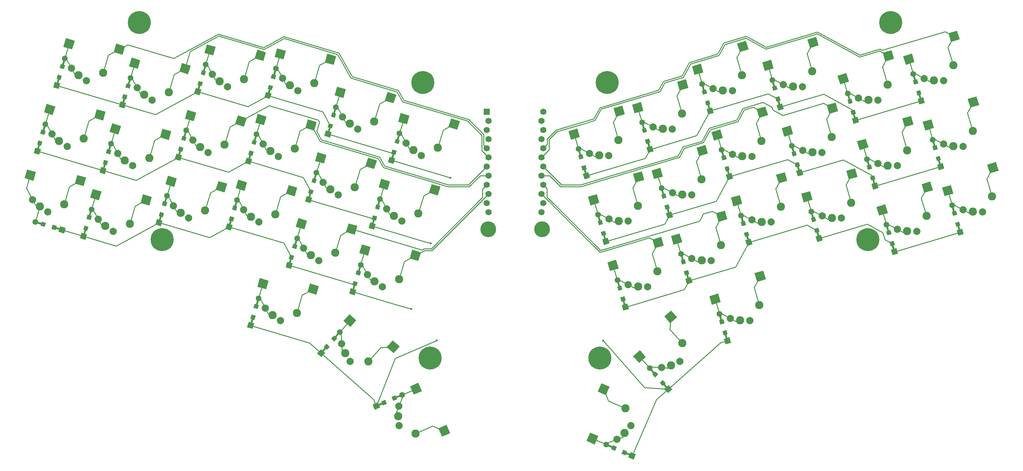
<source format=gbl>
G04 #@! TF.GenerationSoftware,KiCad,Pcbnew,5.1.6-c6e7f7d~87~ubuntu16.04.1*
G04 #@! TF.CreationDate,2020-08-10T13:21:27+02:00*
G04 #@! TF.ProjectId,ack42_pcb,61636b34-325f-4706-9362-2e6b69636164,rev?*
G04 #@! TF.SameCoordinates,Original*
G04 #@! TF.FileFunction,Copper,L2,Bot*
G04 #@! TF.FilePolarity,Positive*
%FSLAX46Y46*%
G04 Gerber Fmt 4.6, Leading zero omitted, Abs format (unit mm)*
G04 Created by KiCad (PCBNEW 5.1.6-c6e7f7d~87~ubuntu16.04.1) date 2020-08-10 13:21:27*
%MOMM*%
%LPD*%
G01*
G04 APERTURE LIST*
G04 #@! TA.AperFunction,ComponentPad*
%ADD10C,2.000000*%
G04 #@! TD*
G04 #@! TA.AperFunction,SMDPad,CuDef*
%ADD11C,0.100000*%
G04 #@! TD*
G04 #@! TA.AperFunction,ComponentPad*
%ADD12C,2.286000*%
G04 #@! TD*
G04 #@! TA.AperFunction,ComponentPad*
%ADD13C,4.400000*%
G04 #@! TD*
G04 #@! TA.AperFunction,ComponentPad*
%ADD14C,1.752600*%
G04 #@! TD*
G04 #@! TA.AperFunction,ComponentPad*
%ADD15R,1.752600X1.752600*%
G04 #@! TD*
G04 #@! TA.AperFunction,ComponentPad*
%ADD16C,0.100000*%
G04 #@! TD*
G04 #@! TA.AperFunction,ComponentPad*
%ADD17C,1.600000*%
G04 #@! TD*
G04 #@! TA.AperFunction,Conductor*
%ADD18C,0.100000*%
G04 #@! TD*
G04 #@! TA.AperFunction,ComponentPad*
%ADD19C,6.400000*%
G04 #@! TD*
G04 #@! TA.AperFunction,ViaPad*
%ADD20C,0.600000*%
G04 #@! TD*
G04 #@! TA.AperFunction,Conductor*
%ADD21C,0.250000*%
G04 #@! TD*
G04 APERTURE END LIST*
D10*
X189205331Y-128503191D03*
G04 #@! TA.AperFunction,SMDPad,CuDef*
D11*
G36*
X191903618Y-112590449D02*
G01*
X193560169Y-114462838D01*
X191650332Y-116152519D01*
X189993781Y-114280130D01*
X191903618Y-112590449D01*
G37*
G04 #@! TD.AperFunction*
D12*
X191895915Y-127831809D03*
X194968729Y-121721824D03*
G04 #@! TA.AperFunction,SMDPad,CuDef*
D11*
G36*
X183213636Y-123670084D02*
G01*
X184870187Y-125542473D01*
X182960350Y-127232154D01*
X181303799Y-125359765D01*
X183213636Y-123670084D01*
G37*
G04 #@! TD.AperFunction*
D10*
X194341611Y-126762898D03*
X176784336Y-148404606D03*
G04 #@! TA.AperFunction,SMDPad,CuDef*
D11*
G36*
X172504799Y-132842418D02*
G01*
X174797449Y-133839291D01*
X173780639Y-136177794D01*
X171487989Y-135180921D01*
X172504799Y-132842418D01*
G37*
G04 #@! TD.AperFunction*
D12*
X178939096Y-146659037D03*
X179141820Y-139822883D03*
G04 #@! TA.AperFunction,SMDPad,CuDef*
D11*
G36*
X169311457Y-146556523D02*
G01*
X171604107Y-147553396D01*
X170587297Y-149891899D01*
X168294647Y-148895026D01*
X169311457Y-146556523D01*
G37*
G04 #@! TD.AperFunction*
D10*
X180703907Y-144656679D03*
X116114878Y-139234005D03*
G04 #@! TA.AperFunction,SMDPad,CuDef*
D11*
G36*
X130414979Y-146717537D02*
G01*
X128122329Y-147714410D01*
X127105519Y-145375907D01*
X129398169Y-144379034D01*
X130414979Y-146717537D01*
G37*
G04 #@! TD.AperFunction*
D12*
X115921964Y-142000372D03*
X120783353Y-146810881D03*
G04 #@! TA.AperFunction,SMDPad,CuDef*
D11*
G36*
X122562972Y-135029077D02*
G01*
X120270322Y-136025950D01*
X119253512Y-133687447D01*
X121546162Y-132690574D01*
X122562972Y-135029077D01*
G37*
G04 #@! TD.AperFunction*
D10*
X116182798Y-144656679D03*
X100191819Y-121876989D03*
G04 #@! TA.AperFunction,SMDPad,CuDef*
D11*
G36*
X116314789Y-122615889D02*
G01*
X114658238Y-124488278D01*
X112748401Y-122798597D01*
X114404952Y-120926208D01*
X116314789Y-122615889D01*
G37*
G04 #@! TD.AperFunction*
D12*
X101186097Y-124465698D03*
X107625020Y-126770988D03*
G04 #@! TA.AperFunction,SMDPad,CuDef*
D11*
G36*
X104258698Y-115340949D02*
G01*
X102602147Y-117213338D01*
X100692310Y-115523657D01*
X102348861Y-113651268D01*
X104258698Y-115340949D01*
G37*
G04 #@! TD.AperFunction*
D10*
X102545096Y-126762897D03*
D13*
X155943352Y-90022060D03*
X140943352Y-90022060D03*
D14*
X156291952Y-57332858D03*
X141051952Y-85272858D03*
X155834752Y-59872858D03*
X156291952Y-62412858D03*
X155834752Y-64952858D03*
X156291952Y-67492858D03*
X155834752Y-70032858D03*
X156291952Y-72572858D03*
X155834752Y-75112858D03*
X156291952Y-77652858D03*
X155834752Y-80192858D03*
X156291952Y-82732858D03*
X155834752Y-85272858D03*
X140594752Y-82732858D03*
X141051952Y-80192858D03*
X140594752Y-77652858D03*
X141051952Y-75112858D03*
X140594752Y-72572858D03*
X141051952Y-70032858D03*
X140594752Y-67492858D03*
X141051952Y-64952858D03*
X140594752Y-62412858D03*
X141051952Y-59872858D03*
D15*
X140594752Y-57332858D03*
G04 #@! TA.AperFunction,SMDPad,CuDef*
D11*
G36*
X22865464Y-45520258D02*
G01*
X21714880Y-45179440D01*
X22055698Y-44028856D01*
X23206282Y-44369674D01*
X22865464Y-45520258D01*
G37*
G04 #@! TD.AperFunction*
G04 #@! TA.AperFunction,SMDPad,CuDef*
G36*
X21970816Y-48540540D02*
G01*
X20820232Y-48199722D01*
X21161050Y-47049138D01*
X22311634Y-47389956D01*
X21970816Y-48540540D01*
G37*
G04 #@! TD.AperFunction*
G04 #@! TA.AperFunction,ComponentPad*
D16*
G36*
X21445441Y-51018363D02*
G01*
X19911329Y-50563939D01*
X20365753Y-49029827D01*
X21899865Y-49484251D01*
X21445441Y-51018363D01*
G37*
G04 #@! TD.AperFunction*
D17*
X23120917Y-42545301D03*
G04 #@! TA.AperFunction,Conductor*
D18*
G36*
X21131102Y-50143040D02*
G01*
X20651692Y-50001032D01*
X21361730Y-47603982D01*
X21841140Y-47745990D01*
X21131102Y-50143040D01*
G37*
G04 #@! TD.AperFunction*
G04 #@! TA.AperFunction,Conductor*
G36*
X22664784Y-44965414D02*
G01*
X22185374Y-44823406D01*
X22895412Y-42426356D01*
X23374822Y-42568364D01*
X22664784Y-44965414D01*
G37*
G04 #@! TD.AperFunction*
G04 #@! TA.AperFunction,SMDPad,CuDef*
D11*
G36*
X116038965Y-66340658D02*
G01*
X114888381Y-65999840D01*
X115229199Y-64849256D01*
X116379783Y-65190074D01*
X116038965Y-66340658D01*
G37*
G04 #@! TD.AperFunction*
G04 #@! TA.AperFunction,SMDPad,CuDef*
G36*
X115144317Y-69360940D02*
G01*
X113993733Y-69020122D01*
X114334551Y-67869538D01*
X115485135Y-68210356D01*
X115144317Y-69360940D01*
G37*
G04 #@! TD.AperFunction*
G04 #@! TA.AperFunction,ComponentPad*
D16*
G36*
X114618942Y-71838763D02*
G01*
X113084830Y-71384339D01*
X113539254Y-69850227D01*
X115073366Y-70304651D01*
X114618942Y-71838763D01*
G37*
G04 #@! TD.AperFunction*
D17*
X116294418Y-63365701D03*
G04 #@! TA.AperFunction,Conductor*
D18*
G36*
X114304603Y-70963440D02*
G01*
X113825193Y-70821432D01*
X114535231Y-68424382D01*
X115014641Y-68566390D01*
X114304603Y-70963440D01*
G37*
G04 #@! TD.AperFunction*
G04 #@! TA.AperFunction,Conductor*
G36*
X115838285Y-65785814D02*
G01*
X115358875Y-65643806D01*
X116068913Y-63246756D01*
X116548323Y-63388764D01*
X115838285Y-65785814D01*
G37*
G04 #@! TD.AperFunction*
D10*
X122349161Y-69508297D03*
G04 #@! TA.AperFunction,SMDPad,CuDef*
D11*
G36*
X119075088Y-58432298D02*
G01*
X118365050Y-60829347D01*
X115920060Y-60105108D01*
X116630098Y-57708059D01*
X119075088Y-58432298D01*
G37*
G04 #@! TD.AperFunction*
D12*
X126956556Y-67368762D03*
X120146652Y-68000666D03*
G04 #@! TA.AperFunction,SMDPad,CuDef*
D11*
G36*
X133076140Y-59930508D02*
G01*
X132366102Y-62327557D01*
X129921112Y-61603318D01*
X130631150Y-59206269D01*
X133076140Y-59930508D01*
G37*
G04 #@! TD.AperFunction*
D10*
X118151495Y-66074699D03*
D19*
X124822153Y-125876560D03*
X253004352Y-32576859D03*
X246631254Y-92921759D03*
X172064552Y-125876559D03*
X174069552Y-49178859D03*
X50255452Y-92921759D03*
X122817151Y-49178859D03*
X43882354Y-32576860D03*
D10*
X23764661Y-66953694D03*
G04 #@! TA.AperFunction,SMDPad,CuDef*
D11*
G36*
X20490588Y-55877695D02*
G01*
X19780550Y-58274744D01*
X17335560Y-57550505D01*
X18045598Y-55153456D01*
X20490588Y-55877695D01*
G37*
G04 #@! TD.AperFunction*
D12*
X28372056Y-64814159D03*
X21562152Y-65446063D03*
G04 #@! TA.AperFunction,SMDPad,CuDef*
D11*
G36*
X34491640Y-57375905D02*
G01*
X33781602Y-59772954D01*
X31336612Y-59048715D01*
X32046650Y-56651666D01*
X34491640Y-57375905D01*
G37*
G04 #@! TD.AperFunction*
D10*
X19566995Y-63520096D03*
X116938663Y-87773794D03*
G04 #@! TA.AperFunction,SMDPad,CuDef*
D11*
G36*
X113664590Y-76697795D02*
G01*
X112954552Y-79094844D01*
X110509562Y-78370605D01*
X111219600Y-75973556D01*
X113664590Y-76697795D01*
G37*
G04 #@! TD.AperFunction*
D12*
X121546058Y-85634259D03*
X114736154Y-86266163D03*
G04 #@! TA.AperFunction,SMDPad,CuDef*
D11*
G36*
X127665642Y-78196005D02*
G01*
X126955604Y-80593054D01*
X124510614Y-79868815D01*
X125220652Y-77471766D01*
X127665642Y-78196005D01*
G37*
G04 #@! TD.AperFunction*
D10*
X112740997Y-84340196D03*
G04 #@! TA.AperFunction,SMDPad,CuDef*
D11*
G36*
X41130765Y-50931260D02*
G01*
X39980181Y-50590442D01*
X40320999Y-49439858D01*
X41471583Y-49780676D01*
X41130765Y-50931260D01*
G37*
G04 #@! TD.AperFunction*
G04 #@! TA.AperFunction,SMDPad,CuDef*
G36*
X40236117Y-53951542D02*
G01*
X39085533Y-53610724D01*
X39426351Y-52460140D01*
X40576935Y-52800958D01*
X40236117Y-53951542D01*
G37*
G04 #@! TD.AperFunction*
G04 #@! TA.AperFunction,ComponentPad*
D16*
G36*
X39710742Y-56429365D02*
G01*
X38176630Y-55974941D01*
X38631054Y-54440829D01*
X40165166Y-54895253D01*
X39710742Y-56429365D01*
G37*
G04 #@! TD.AperFunction*
D17*
X41386218Y-47956303D03*
G04 #@! TA.AperFunction,Conductor*
D18*
G36*
X39396403Y-55554042D02*
G01*
X38916993Y-55412034D01*
X39627031Y-53014984D01*
X40106441Y-53156992D01*
X39396403Y-55554042D01*
G37*
G04 #@! TD.AperFunction*
G04 #@! TA.AperFunction,Conductor*
G36*
X40930085Y-50376416D02*
G01*
X40450675Y-50234408D01*
X41160713Y-47837358D01*
X41640123Y-47979366D01*
X40930085Y-50376416D01*
G37*
G04 #@! TD.AperFunction*
G04 #@! TA.AperFunction,SMDPad,CuDef*
D11*
G36*
X62094365Y-47232258D02*
G01*
X60943781Y-46891440D01*
X61284599Y-45740856D01*
X62435183Y-46081674D01*
X62094365Y-47232258D01*
G37*
G04 #@! TD.AperFunction*
G04 #@! TA.AperFunction,SMDPad,CuDef*
G36*
X61199717Y-50252540D02*
G01*
X60049133Y-49911722D01*
X60389951Y-48761138D01*
X61540535Y-49101956D01*
X61199717Y-50252540D01*
G37*
G04 #@! TD.AperFunction*
G04 #@! TA.AperFunction,ComponentPad*
D16*
G36*
X60674342Y-52730363D02*
G01*
X59140230Y-52275939D01*
X59594654Y-50741827D01*
X61128766Y-51196251D01*
X60674342Y-52730363D01*
G37*
G04 #@! TD.AperFunction*
D17*
X62349818Y-44257301D03*
G04 #@! TA.AperFunction,Conductor*
D18*
G36*
X60360003Y-51855040D02*
G01*
X59880593Y-51713032D01*
X60590631Y-49315982D01*
X61070041Y-49457990D01*
X60360003Y-51855040D01*
G37*
G04 #@! TD.AperFunction*
G04 #@! TA.AperFunction,Conductor*
G36*
X61893685Y-46677414D02*
G01*
X61414275Y-46535406D01*
X62124313Y-44138356D01*
X62603723Y-44280364D01*
X61893685Y-46677414D01*
G37*
G04 #@! TD.AperFunction*
G04 #@! TA.AperFunction,SMDPad,CuDef*
D11*
G36*
X81637965Y-48328261D02*
G01*
X80487381Y-47987443D01*
X80828199Y-46836859D01*
X81978783Y-47177677D01*
X81637965Y-48328261D01*
G37*
G04 #@! TD.AperFunction*
G04 #@! TA.AperFunction,SMDPad,CuDef*
G36*
X80743317Y-51348543D02*
G01*
X79592733Y-51007725D01*
X79933551Y-49857141D01*
X81084135Y-50197959D01*
X80743317Y-51348543D01*
G37*
G04 #@! TD.AperFunction*
G04 #@! TA.AperFunction,ComponentPad*
D16*
G36*
X80217942Y-53826366D02*
G01*
X78683830Y-53371942D01*
X79138254Y-51837830D01*
X80672366Y-52292254D01*
X80217942Y-53826366D01*
G37*
G04 #@! TD.AperFunction*
D17*
X81893418Y-45353304D03*
G04 #@! TA.AperFunction,Conductor*
D18*
G36*
X79903603Y-52951043D02*
G01*
X79424193Y-52809035D01*
X80134231Y-50411985D01*
X80613641Y-50553993D01*
X79903603Y-52951043D01*
G37*
G04 #@! TD.AperFunction*
G04 #@! TA.AperFunction,Conductor*
G36*
X81437285Y-47773417D02*
G01*
X80957875Y-47631409D01*
X81667913Y-45234359D01*
X82147323Y-45376367D01*
X81437285Y-47773417D01*
G37*
G04 #@! TD.AperFunction*
G04 #@! TA.AperFunction,SMDPad,CuDef*
D11*
G36*
X98341464Y-59012259D02*
G01*
X97190880Y-58671441D01*
X97531698Y-57520857D01*
X98682282Y-57861675D01*
X98341464Y-59012259D01*
G37*
G04 #@! TD.AperFunction*
G04 #@! TA.AperFunction,SMDPad,CuDef*
G36*
X97446816Y-62032541D02*
G01*
X96296232Y-61691723D01*
X96637050Y-60541139D01*
X97787634Y-60881957D01*
X97446816Y-62032541D01*
G37*
G04 #@! TD.AperFunction*
G04 #@! TA.AperFunction,ComponentPad*
D16*
G36*
X96921441Y-64510364D02*
G01*
X95387329Y-64055940D01*
X95841753Y-62521828D01*
X97375865Y-62976252D01*
X96921441Y-64510364D01*
G37*
G04 #@! TD.AperFunction*
D17*
X98596917Y-56037302D03*
G04 #@! TA.AperFunction,Conductor*
D18*
G36*
X96607102Y-63635041D02*
G01*
X96127692Y-63493033D01*
X96837730Y-61095983D01*
X97317140Y-61237991D01*
X96607102Y-63635041D01*
G37*
G04 #@! TD.AperFunction*
G04 #@! TA.AperFunction,Conductor*
G36*
X98140784Y-58457415D02*
G01*
X97661374Y-58315407D01*
X98371412Y-55918357D01*
X98850822Y-56060365D01*
X98140784Y-58457415D01*
G37*
G04 #@! TD.AperFunction*
G04 #@! TA.AperFunction,SMDPad,CuDef*
D11*
G36*
X167520148Y-70288473D02*
G01*
X166369564Y-70629291D01*
X166028746Y-69478707D01*
X167179330Y-69137889D01*
X167520148Y-70288473D01*
G37*
G04 #@! TD.AperFunction*
G04 #@! TA.AperFunction,SMDPad,CuDef*
G36*
X168414796Y-73308755D02*
G01*
X167264212Y-73649573D01*
X166923394Y-72498989D01*
X168073978Y-72158171D01*
X168414796Y-73308755D01*
G37*
G04 #@! TD.AperFunction*
G04 #@! TA.AperFunction,ComponentPad*
D16*
G36*
X169323699Y-75672972D02*
G01*
X167789587Y-76127396D01*
X167335163Y-74593284D01*
X168869275Y-74138860D01*
X169323699Y-75672972D01*
G37*
G04 #@! TD.AperFunction*
D17*
X166114111Y-67654334D03*
G04 #@! TA.AperFunction,Conductor*
D18*
G36*
X168583336Y-75110065D02*
G01*
X168103926Y-75252073D01*
X167393888Y-72855023D01*
X167873298Y-72713015D01*
X168583336Y-75110065D01*
G37*
G04 #@! TD.AperFunction*
G04 #@! TA.AperFunction,Conductor*
G36*
X167049654Y-69932439D02*
G01*
X166570244Y-70074447D01*
X165860206Y-67677397D01*
X166339616Y-67535389D01*
X167049654Y-69932439D01*
G37*
G04 #@! TD.AperFunction*
G04 #@! TA.AperFunction,SMDPad,CuDef*
D11*
G36*
X185217647Y-62960072D02*
G01*
X184067063Y-63300890D01*
X183726245Y-62150306D01*
X184876829Y-61809488D01*
X185217647Y-62960072D01*
G37*
G04 #@! TD.AperFunction*
G04 #@! TA.AperFunction,SMDPad,CuDef*
G36*
X186112295Y-65980354D02*
G01*
X184961711Y-66321172D01*
X184620893Y-65170588D01*
X185771477Y-64829770D01*
X186112295Y-65980354D01*
G37*
G04 #@! TD.AperFunction*
G04 #@! TA.AperFunction,ComponentPad*
D16*
G36*
X187021198Y-68344571D02*
G01*
X185487086Y-68798995D01*
X185032662Y-67264883D01*
X186566774Y-66810459D01*
X187021198Y-68344571D01*
G37*
G04 #@! TD.AperFunction*
D17*
X183811610Y-60325933D03*
G04 #@! TA.AperFunction,Conductor*
D18*
G36*
X186280835Y-67781664D02*
G01*
X185801425Y-67923672D01*
X185091387Y-65526622D01*
X185570797Y-65384614D01*
X186280835Y-67781664D01*
G37*
G04 #@! TD.AperFunction*
G04 #@! TA.AperFunction,Conductor*
G36*
X184747153Y-62604038D02*
G01*
X184267743Y-62746046D01*
X183557705Y-60348996D01*
X184037115Y-60206988D01*
X184747153Y-62604038D01*
G37*
G04 #@! TD.AperFunction*
G04 #@! TA.AperFunction,SMDPad,CuDef*
D11*
G36*
X201921146Y-52276072D02*
G01*
X200770562Y-52616890D01*
X200429744Y-51466306D01*
X201580328Y-51125488D01*
X201921146Y-52276072D01*
G37*
G04 #@! TD.AperFunction*
G04 #@! TA.AperFunction,SMDPad,CuDef*
G36*
X202815794Y-55296354D02*
G01*
X201665210Y-55637172D01*
X201324392Y-54486588D01*
X202474976Y-54145770D01*
X202815794Y-55296354D01*
G37*
G04 #@! TD.AperFunction*
G04 #@! TA.AperFunction,ComponentPad*
D16*
G36*
X203724697Y-57660571D02*
G01*
X202190585Y-58114995D01*
X201736161Y-56580883D01*
X203270273Y-56126459D01*
X203724697Y-57660571D01*
G37*
G04 #@! TD.AperFunction*
D17*
X200515109Y-49641933D03*
G04 #@! TA.AperFunction,Conductor*
D18*
G36*
X202984334Y-57097664D02*
G01*
X202504924Y-57239672D01*
X201794886Y-54842622D01*
X202274296Y-54700614D01*
X202984334Y-57097664D01*
G37*
G04 #@! TD.AperFunction*
G04 #@! TA.AperFunction,Conductor*
G36*
X201450652Y-51920038D02*
G01*
X200971242Y-52062046D01*
X200261204Y-49664996D01*
X200740614Y-49522988D01*
X201450652Y-51920038D01*
G37*
G04 #@! TD.AperFunction*
G04 #@! TA.AperFunction,SMDPad,CuDef*
D11*
G36*
X221464748Y-51180073D02*
G01*
X220314164Y-51520891D01*
X219973346Y-50370307D01*
X221123930Y-50029489D01*
X221464748Y-51180073D01*
G37*
G04 #@! TD.AperFunction*
G04 #@! TA.AperFunction,SMDPad,CuDef*
G36*
X222359396Y-54200355D02*
G01*
X221208812Y-54541173D01*
X220867994Y-53390589D01*
X222018578Y-53049771D01*
X222359396Y-54200355D01*
G37*
G04 #@! TD.AperFunction*
G04 #@! TA.AperFunction,ComponentPad*
D16*
G36*
X223268299Y-56564572D02*
G01*
X221734187Y-57018996D01*
X221279763Y-55484884D01*
X222813875Y-55030460D01*
X223268299Y-56564572D01*
G37*
G04 #@! TD.AperFunction*
D17*
X220058711Y-48545934D03*
G04 #@! TA.AperFunction,Conductor*
D18*
G36*
X222527936Y-56001665D02*
G01*
X222048526Y-56143673D01*
X221338488Y-53746623D01*
X221817898Y-53604615D01*
X222527936Y-56001665D01*
G37*
G04 #@! TD.AperFunction*
G04 #@! TA.AperFunction,Conductor*
G36*
X220994254Y-50824039D02*
G01*
X220514844Y-50966047D01*
X219804806Y-48568997D01*
X220284216Y-48426989D01*
X220994254Y-50824039D01*
G37*
G04 #@! TD.AperFunction*
G04 #@! TA.AperFunction,SMDPad,CuDef*
D11*
G36*
X242428345Y-54879073D02*
G01*
X241277761Y-55219891D01*
X240936943Y-54069307D01*
X242087527Y-53728489D01*
X242428345Y-54879073D01*
G37*
G04 #@! TD.AperFunction*
G04 #@! TA.AperFunction,SMDPad,CuDef*
G36*
X243322993Y-57899355D02*
G01*
X242172409Y-58240173D01*
X241831591Y-57089589D01*
X242982175Y-56748771D01*
X243322993Y-57899355D01*
G37*
G04 #@! TD.AperFunction*
G04 #@! TA.AperFunction,ComponentPad*
D16*
G36*
X244231896Y-60263572D02*
G01*
X242697784Y-60717996D01*
X242243360Y-59183884D01*
X243777472Y-58729460D01*
X244231896Y-60263572D01*
G37*
G04 #@! TD.AperFunction*
D17*
X241022308Y-52244934D03*
G04 #@! TA.AperFunction,Conductor*
D18*
G36*
X243491533Y-59700665D02*
G01*
X243012123Y-59842673D01*
X242302085Y-57445623D01*
X242781495Y-57303615D01*
X243491533Y-59700665D01*
G37*
G04 #@! TD.AperFunction*
G04 #@! TA.AperFunction,Conductor*
G36*
X241957851Y-54523039D02*
G01*
X241478441Y-54665047D01*
X240768403Y-52267997D01*
X241247813Y-52125989D01*
X241957851Y-54523039D01*
G37*
G04 #@! TD.AperFunction*
G04 #@! TA.AperFunction,SMDPad,CuDef*
D11*
G36*
X260693647Y-49468072D02*
G01*
X259543063Y-49808890D01*
X259202245Y-48658306D01*
X260352829Y-48317488D01*
X260693647Y-49468072D01*
G37*
G04 #@! TD.AperFunction*
G04 #@! TA.AperFunction,SMDPad,CuDef*
G36*
X261588295Y-52488354D02*
G01*
X260437711Y-52829172D01*
X260096893Y-51678588D01*
X261247477Y-51337770D01*
X261588295Y-52488354D01*
G37*
G04 #@! TD.AperFunction*
G04 #@! TA.AperFunction,ComponentPad*
D16*
G36*
X262497198Y-54852571D02*
G01*
X260963086Y-55306995D01*
X260508662Y-53772883D01*
X262042774Y-53318459D01*
X262497198Y-54852571D01*
G37*
G04 #@! TD.AperFunction*
D17*
X259287610Y-46833933D03*
G04 #@! TA.AperFunction,Conductor*
D18*
G36*
X261756835Y-54289664D02*
G01*
X261277425Y-54431672D01*
X260567387Y-52034622D01*
X261046797Y-51892614D01*
X261756835Y-54289664D01*
G37*
G04 #@! TD.AperFunction*
G04 #@! TA.AperFunction,Conductor*
G36*
X260223153Y-49112038D02*
G01*
X259743743Y-49254046D01*
X259033705Y-46856996D01*
X259513115Y-46714988D01*
X260223153Y-49112038D01*
G37*
G04 #@! TD.AperFunction*
G04 #@! TA.AperFunction,SMDPad,CuDef*
D11*
G36*
X17454463Y-63786058D02*
G01*
X16303879Y-63445240D01*
X16644697Y-62294656D01*
X17795281Y-62635474D01*
X17454463Y-63786058D01*
G37*
G04 #@! TD.AperFunction*
G04 #@! TA.AperFunction,SMDPad,CuDef*
G36*
X16559815Y-66806340D02*
G01*
X15409231Y-66465522D01*
X15750049Y-65314938D01*
X16900633Y-65655756D01*
X16559815Y-66806340D01*
G37*
G04 #@! TD.AperFunction*
G04 #@! TA.AperFunction,ComponentPad*
D16*
G36*
X16034440Y-69284163D02*
G01*
X14500328Y-68829739D01*
X14954752Y-67295627D01*
X16488864Y-67750051D01*
X16034440Y-69284163D01*
G37*
G04 #@! TD.AperFunction*
D17*
X17709916Y-60811101D03*
G04 #@! TA.AperFunction,Conductor*
D18*
G36*
X15720101Y-68408840D02*
G01*
X15240691Y-68266832D01*
X15950729Y-65869782D01*
X16430139Y-66011790D01*
X15720101Y-68408840D01*
G37*
G04 #@! TD.AperFunction*
G04 #@! TA.AperFunction,Conductor*
G36*
X17253783Y-63231214D02*
G01*
X16774373Y-63089206D01*
X17484411Y-60692156D01*
X17963821Y-60834164D01*
X17253783Y-63231214D01*
G37*
G04 #@! TD.AperFunction*
G04 #@! TA.AperFunction,SMDPad,CuDef*
D11*
G36*
X35720464Y-69196558D02*
G01*
X34569880Y-68855740D01*
X34910698Y-67705156D01*
X36061282Y-68045974D01*
X35720464Y-69196558D01*
G37*
G04 #@! TD.AperFunction*
G04 #@! TA.AperFunction,SMDPad,CuDef*
G36*
X34825816Y-72216840D02*
G01*
X33675232Y-71876022D01*
X34016050Y-70725438D01*
X35166634Y-71066256D01*
X34825816Y-72216840D01*
G37*
G04 #@! TD.AperFunction*
G04 #@! TA.AperFunction,ComponentPad*
D16*
G36*
X34300441Y-74694663D02*
G01*
X32766329Y-74240239D01*
X33220753Y-72706127D01*
X34754865Y-73160551D01*
X34300441Y-74694663D01*
G37*
G04 #@! TD.AperFunction*
D17*
X35975917Y-66221601D03*
G04 #@! TA.AperFunction,Conductor*
D18*
G36*
X33986102Y-73819340D02*
G01*
X33506692Y-73677332D01*
X34216730Y-71280282D01*
X34696140Y-71422290D01*
X33986102Y-73819340D01*
G37*
G04 #@! TD.AperFunction*
G04 #@! TA.AperFunction,Conductor*
G36*
X35519784Y-68641714D02*
G01*
X35040374Y-68499706D01*
X35750412Y-66102656D01*
X36229822Y-66244664D01*
X35519784Y-68641714D01*
G37*
G04 #@! TD.AperFunction*
G04 #@! TA.AperFunction,SMDPad,CuDef*
D11*
G36*
X56683963Y-65498258D02*
G01*
X55533379Y-65157440D01*
X55874197Y-64006856D01*
X57024781Y-64347674D01*
X56683963Y-65498258D01*
G37*
G04 #@! TD.AperFunction*
G04 #@! TA.AperFunction,SMDPad,CuDef*
G36*
X55789315Y-68518540D02*
G01*
X54638731Y-68177722D01*
X54979549Y-67027138D01*
X56130133Y-67367956D01*
X55789315Y-68518540D01*
G37*
G04 #@! TD.AperFunction*
G04 #@! TA.AperFunction,ComponentPad*
D16*
G36*
X55263940Y-70996363D02*
G01*
X53729828Y-70541939D01*
X54184252Y-69007827D01*
X55718364Y-69462251D01*
X55263940Y-70996363D01*
G37*
G04 #@! TD.AperFunction*
D17*
X56939416Y-62523301D03*
G04 #@! TA.AperFunction,Conductor*
D18*
G36*
X54949601Y-70121040D02*
G01*
X54470191Y-69979032D01*
X55180229Y-67581982D01*
X55659639Y-67723990D01*
X54949601Y-70121040D01*
G37*
G04 #@! TD.AperFunction*
G04 #@! TA.AperFunction,Conductor*
G36*
X56483283Y-64943414D02*
G01*
X56003873Y-64801406D01*
X56713911Y-62404356D01*
X57193321Y-62546364D01*
X56483283Y-64943414D01*
G37*
G04 #@! TD.AperFunction*
G04 #@! TA.AperFunction,SMDPad,CuDef*
D11*
G36*
X76227464Y-66594057D02*
G01*
X75076880Y-66253239D01*
X75417698Y-65102655D01*
X76568282Y-65443473D01*
X76227464Y-66594057D01*
G37*
G04 #@! TD.AperFunction*
G04 #@! TA.AperFunction,SMDPad,CuDef*
G36*
X75332816Y-69614339D02*
G01*
X74182232Y-69273521D01*
X74523050Y-68122937D01*
X75673634Y-68463755D01*
X75332816Y-69614339D01*
G37*
G04 #@! TD.AperFunction*
G04 #@! TA.AperFunction,ComponentPad*
D16*
G36*
X74807441Y-72092162D02*
G01*
X73273329Y-71637738D01*
X73727753Y-70103626D01*
X75261865Y-70558050D01*
X74807441Y-72092162D01*
G37*
G04 #@! TD.AperFunction*
D17*
X76482917Y-63619100D03*
G04 #@! TA.AperFunction,Conductor*
D18*
G36*
X74493102Y-71216839D02*
G01*
X74013692Y-71074831D01*
X74723730Y-68677781D01*
X75203140Y-68819789D01*
X74493102Y-71216839D01*
G37*
G04 #@! TD.AperFunction*
G04 #@! TA.AperFunction,Conductor*
G36*
X76026784Y-66039213D02*
G01*
X75547374Y-65897205D01*
X76257412Y-63500155D01*
X76736822Y-63642163D01*
X76026784Y-66039213D01*
G37*
G04 #@! TD.AperFunction*
G04 #@! TA.AperFunction,SMDPad,CuDef*
D11*
G36*
X92930965Y-77278059D02*
G01*
X91780381Y-76937241D01*
X92121199Y-75786657D01*
X93271783Y-76127475D01*
X92930965Y-77278059D01*
G37*
G04 #@! TD.AperFunction*
G04 #@! TA.AperFunction,SMDPad,CuDef*
G36*
X92036317Y-80298341D02*
G01*
X90885733Y-79957523D01*
X91226551Y-78806939D01*
X92377135Y-79147757D01*
X92036317Y-80298341D01*
G37*
G04 #@! TD.AperFunction*
G04 #@! TA.AperFunction,ComponentPad*
D16*
G36*
X91510942Y-82776164D02*
G01*
X89976830Y-82321740D01*
X90431254Y-80787628D01*
X91965366Y-81242052D01*
X91510942Y-82776164D01*
G37*
G04 #@! TD.AperFunction*
D17*
X93186418Y-74303102D03*
G04 #@! TA.AperFunction,Conductor*
D18*
G36*
X91196603Y-81900841D02*
G01*
X90717193Y-81758833D01*
X91427231Y-79361783D01*
X91906641Y-79503791D01*
X91196603Y-81900841D01*
G37*
G04 #@! TD.AperFunction*
G04 #@! TA.AperFunction,Conductor*
G36*
X92730285Y-76723215D02*
G01*
X92250875Y-76581207D01*
X92960913Y-74184157D01*
X93440323Y-74326165D01*
X92730285Y-76723215D01*
G37*
G04 #@! TD.AperFunction*
G04 #@! TA.AperFunction,SMDPad,CuDef*
D11*
G36*
X110628466Y-84606156D02*
G01*
X109477882Y-84265338D01*
X109818700Y-83114754D01*
X110969284Y-83455572D01*
X110628466Y-84606156D01*
G37*
G04 #@! TD.AperFunction*
G04 #@! TA.AperFunction,SMDPad,CuDef*
G36*
X109733818Y-87626438D02*
G01*
X108583234Y-87285620D01*
X108924052Y-86135036D01*
X110074636Y-86475854D01*
X109733818Y-87626438D01*
G37*
G04 #@! TD.AperFunction*
G04 #@! TA.AperFunction,ComponentPad*
D16*
G36*
X109208443Y-90104261D02*
G01*
X107674331Y-89649837D01*
X108128755Y-88115725D01*
X109662867Y-88570149D01*
X109208443Y-90104261D01*
G37*
G04 #@! TD.AperFunction*
D17*
X110883919Y-81631199D03*
G04 #@! TA.AperFunction,Conductor*
D18*
G36*
X108894104Y-89228938D02*
G01*
X108414694Y-89086930D01*
X109124732Y-86689880D01*
X109604142Y-86831888D01*
X108894104Y-89228938D01*
G37*
G04 #@! TD.AperFunction*
G04 #@! TA.AperFunction,Conductor*
G36*
X110427786Y-84051312D02*
G01*
X109948376Y-83909304D01*
X110658414Y-81512254D01*
X111137824Y-81654262D01*
X110427786Y-84051312D01*
G37*
G04 #@! TD.AperFunction*
G04 #@! TA.AperFunction,SMDPad,CuDef*
D11*
G36*
X172930646Y-88553974D02*
G01*
X171780062Y-88894792D01*
X171439244Y-87744208D01*
X172589828Y-87403390D01*
X172930646Y-88553974D01*
G37*
G04 #@! TD.AperFunction*
G04 #@! TA.AperFunction,SMDPad,CuDef*
G36*
X173825294Y-91574256D02*
G01*
X172674710Y-91915074D01*
X172333892Y-90764490D01*
X173484476Y-90423672D01*
X173825294Y-91574256D01*
G37*
G04 #@! TD.AperFunction*
G04 #@! TA.AperFunction,ComponentPad*
D16*
G36*
X174734197Y-93938473D02*
G01*
X173200085Y-94392897D01*
X172745661Y-92858785D01*
X174279773Y-92404361D01*
X174734197Y-93938473D01*
G37*
G04 #@! TD.AperFunction*
D17*
X171524609Y-85919835D03*
G04 #@! TA.AperFunction,Conductor*
D18*
G36*
X173993834Y-93375566D02*
G01*
X173514424Y-93517574D01*
X172804386Y-91120524D01*
X173283796Y-90978516D01*
X173993834Y-93375566D01*
G37*
G04 #@! TD.AperFunction*
G04 #@! TA.AperFunction,Conductor*
G36*
X172460152Y-88197940D02*
G01*
X171980742Y-88339948D01*
X171270704Y-85942898D01*
X171750114Y-85800890D01*
X172460152Y-88197940D01*
G37*
G04 #@! TD.AperFunction*
G04 #@! TA.AperFunction,SMDPad,CuDef*
D11*
G36*
X190628147Y-81225873D02*
G01*
X189477563Y-81566691D01*
X189136745Y-80416107D01*
X190287329Y-80075289D01*
X190628147Y-81225873D01*
G37*
G04 #@! TD.AperFunction*
G04 #@! TA.AperFunction,SMDPad,CuDef*
G36*
X191522795Y-84246155D02*
G01*
X190372211Y-84586973D01*
X190031393Y-83436389D01*
X191181977Y-83095571D01*
X191522795Y-84246155D01*
G37*
G04 #@! TD.AperFunction*
G04 #@! TA.AperFunction,ComponentPad*
D16*
G36*
X192431698Y-86610372D02*
G01*
X190897586Y-87064796D01*
X190443162Y-85530684D01*
X191977274Y-85076260D01*
X192431698Y-86610372D01*
G37*
G04 #@! TD.AperFunction*
D17*
X189222110Y-78591734D03*
G04 #@! TA.AperFunction,Conductor*
D18*
G36*
X191691335Y-86047465D02*
G01*
X191211925Y-86189473D01*
X190501887Y-83792423D01*
X190981297Y-83650415D01*
X191691335Y-86047465D01*
G37*
G04 #@! TD.AperFunction*
G04 #@! TA.AperFunction,Conductor*
G36*
X190157653Y-80869839D02*
G01*
X189678243Y-81011847D01*
X188968205Y-78614797D01*
X189447615Y-78472789D01*
X190157653Y-80869839D01*
G37*
G04 #@! TD.AperFunction*
G04 #@! TA.AperFunction,Conductor*
G36*
X206861151Y-70185839D02*
G01*
X206381741Y-70327847D01*
X205671703Y-67930797D01*
X206151113Y-67788789D01*
X206861151Y-70185839D01*
G37*
G04 #@! TD.AperFunction*
G04 #@! TA.AperFunction,Conductor*
G36*
X208394833Y-75363465D02*
G01*
X207915423Y-75505473D01*
X207205385Y-73108423D01*
X207684795Y-72966415D01*
X208394833Y-75363465D01*
G37*
G04 #@! TD.AperFunction*
D17*
X205925608Y-67907734D03*
G04 #@! TA.AperFunction,ComponentPad*
D16*
G36*
X209135196Y-75926372D02*
G01*
X207601084Y-76380796D01*
X207146660Y-74846684D01*
X208680772Y-74392260D01*
X209135196Y-75926372D01*
G37*
G04 #@! TD.AperFunction*
G04 #@! TA.AperFunction,SMDPad,CuDef*
D11*
G36*
X208226293Y-73562155D02*
G01*
X207075709Y-73902973D01*
X206734891Y-72752389D01*
X207885475Y-72411571D01*
X208226293Y-73562155D01*
G37*
G04 #@! TD.AperFunction*
G04 #@! TA.AperFunction,SMDPad,CuDef*
G36*
X207331645Y-70541873D02*
G01*
X206181061Y-70882691D01*
X205840243Y-69732107D01*
X206990827Y-69391289D01*
X207331645Y-70541873D01*
G37*
G04 #@! TD.AperFunction*
G04 #@! TA.AperFunction,SMDPad,CuDef*
G36*
X226875147Y-69446073D02*
G01*
X225724563Y-69786891D01*
X225383745Y-68636307D01*
X226534329Y-68295489D01*
X226875147Y-69446073D01*
G37*
G04 #@! TD.AperFunction*
G04 #@! TA.AperFunction,SMDPad,CuDef*
G36*
X227769795Y-72466355D02*
G01*
X226619211Y-72807173D01*
X226278393Y-71656589D01*
X227428977Y-71315771D01*
X227769795Y-72466355D01*
G37*
G04 #@! TD.AperFunction*
G04 #@! TA.AperFunction,ComponentPad*
D16*
G36*
X228678698Y-74830572D02*
G01*
X227144586Y-75284996D01*
X226690162Y-73750884D01*
X228224274Y-73296460D01*
X228678698Y-74830572D01*
G37*
G04 #@! TD.AperFunction*
D17*
X225469110Y-66811934D03*
G04 #@! TA.AperFunction,Conductor*
D18*
G36*
X227938335Y-74267665D02*
G01*
X227458925Y-74409673D01*
X226748887Y-72012623D01*
X227228297Y-71870615D01*
X227938335Y-74267665D01*
G37*
G04 #@! TD.AperFunction*
G04 #@! TA.AperFunction,Conductor*
G36*
X226404653Y-69090039D02*
G01*
X225925243Y-69232047D01*
X225215205Y-66834997D01*
X225694615Y-66692989D01*
X226404653Y-69090039D01*
G37*
G04 #@! TD.AperFunction*
G04 #@! TA.AperFunction,SMDPad,CuDef*
D11*
G36*
X247838647Y-73144374D02*
G01*
X246688063Y-73485192D01*
X246347245Y-72334608D01*
X247497829Y-71993790D01*
X247838647Y-73144374D01*
G37*
G04 #@! TD.AperFunction*
G04 #@! TA.AperFunction,SMDPad,CuDef*
G36*
X248733295Y-76164656D02*
G01*
X247582711Y-76505474D01*
X247241893Y-75354890D01*
X248392477Y-75014072D01*
X248733295Y-76164656D01*
G37*
G04 #@! TD.AperFunction*
G04 #@! TA.AperFunction,ComponentPad*
D16*
G36*
X249642198Y-78528873D02*
G01*
X248108086Y-78983297D01*
X247653662Y-77449185D01*
X249187774Y-76994761D01*
X249642198Y-78528873D01*
G37*
G04 #@! TD.AperFunction*
D17*
X246432610Y-70510235D03*
G04 #@! TA.AperFunction,Conductor*
D18*
G36*
X248901835Y-77965966D02*
G01*
X248422425Y-78107974D01*
X247712387Y-75710924D01*
X248191797Y-75568916D01*
X248901835Y-77965966D01*
G37*
G04 #@! TD.AperFunction*
G04 #@! TA.AperFunction,Conductor*
G36*
X247368153Y-72788340D02*
G01*
X246888743Y-72930348D01*
X246178705Y-70533298D01*
X246658115Y-70391290D01*
X247368153Y-72788340D01*
G37*
G04 #@! TD.AperFunction*
G04 #@! TA.AperFunction,SMDPad,CuDef*
D11*
G36*
X266104648Y-67733871D02*
G01*
X264954064Y-68074689D01*
X264613246Y-66924105D01*
X265763830Y-66583287D01*
X266104648Y-67733871D01*
G37*
G04 #@! TD.AperFunction*
G04 #@! TA.AperFunction,SMDPad,CuDef*
G36*
X266999296Y-70754153D02*
G01*
X265848712Y-71094971D01*
X265507894Y-69944387D01*
X266658478Y-69603569D01*
X266999296Y-70754153D01*
G37*
G04 #@! TD.AperFunction*
G04 #@! TA.AperFunction,ComponentPad*
D16*
G36*
X267908199Y-73118370D02*
G01*
X266374087Y-73572794D01*
X265919663Y-72038682D01*
X267453775Y-71584258D01*
X267908199Y-73118370D01*
G37*
G04 #@! TD.AperFunction*
D17*
X264698611Y-65099732D03*
G04 #@! TA.AperFunction,Conductor*
D18*
G36*
X267167836Y-72555463D02*
G01*
X266688426Y-72697471D01*
X265978388Y-70300421D01*
X266457798Y-70158413D01*
X267167836Y-72555463D01*
G37*
G04 #@! TD.AperFunction*
G04 #@! TA.AperFunction,Conductor*
G36*
X265634154Y-67377837D02*
G01*
X265154744Y-67519845D01*
X264444706Y-65122795D01*
X264924116Y-64980787D01*
X265634154Y-67377837D01*
G37*
G04 #@! TD.AperFunction*
G04 #@! TA.AperFunction,SMDPad,CuDef*
D11*
G36*
X17875073Y-88237929D02*
G01*
X17534255Y-89388513D01*
X16383671Y-89047695D01*
X16724489Y-87897111D01*
X17875073Y-88237929D01*
G37*
G04 #@! TD.AperFunction*
G04 #@! TA.AperFunction,SMDPad,CuDef*
G36*
X20895355Y-89132577D02*
G01*
X20554537Y-90283161D01*
X19403953Y-89942343D01*
X19744771Y-88791759D01*
X20895355Y-89132577D01*
G37*
G04 #@! TD.AperFunction*
G04 #@! TA.AperFunction,ComponentPad*
D16*
G36*
X23373178Y-89657952D02*
G01*
X22918754Y-91192064D01*
X21384642Y-90737640D01*
X21839066Y-89203528D01*
X23373178Y-89657952D01*
G37*
G04 #@! TD.AperFunction*
D17*
X14900116Y-87982476D03*
G04 #@! TA.AperFunction,Conductor*
D18*
G36*
X22497855Y-89972291D02*
G01*
X22355847Y-90451701D01*
X19958797Y-89741663D01*
X20100805Y-89262253D01*
X22497855Y-89972291D01*
G37*
G04 #@! TD.AperFunction*
G04 #@! TA.AperFunction,Conductor*
G36*
X17320229Y-88438609D02*
G01*
X17178221Y-88918019D01*
X14781171Y-88207981D01*
X14923179Y-87728571D01*
X17320229Y-88438609D01*
G37*
G04 #@! TD.AperFunction*
G04 #@! TA.AperFunction,SMDPad,CuDef*
D11*
G36*
X30309464Y-87462060D02*
G01*
X29158880Y-87121242D01*
X29499698Y-85970658D01*
X30650282Y-86311476D01*
X30309464Y-87462060D01*
G37*
G04 #@! TD.AperFunction*
G04 #@! TA.AperFunction,SMDPad,CuDef*
G36*
X29414816Y-90482342D02*
G01*
X28264232Y-90141524D01*
X28605050Y-88990940D01*
X29755634Y-89331758D01*
X29414816Y-90482342D01*
G37*
G04 #@! TD.AperFunction*
G04 #@! TA.AperFunction,ComponentPad*
D16*
G36*
X28889441Y-92960165D02*
G01*
X27355329Y-92505741D01*
X27809753Y-90971629D01*
X29343865Y-91426053D01*
X28889441Y-92960165D01*
G37*
G04 #@! TD.AperFunction*
D17*
X30564917Y-84487103D03*
G04 #@! TA.AperFunction,Conductor*
D18*
G36*
X28575102Y-92084842D02*
G01*
X28095692Y-91942834D01*
X28805730Y-89545784D01*
X29285140Y-89687792D01*
X28575102Y-92084842D01*
G37*
G04 #@! TD.AperFunction*
G04 #@! TA.AperFunction,Conductor*
G36*
X30108784Y-86907216D02*
G01*
X29629374Y-86765208D01*
X30339412Y-84368158D01*
X30818822Y-84510166D01*
X30108784Y-86907216D01*
G37*
G04 #@! TD.AperFunction*
G04 #@! TA.AperFunction,SMDPad,CuDef*
D11*
G36*
X51301865Y-83667875D02*
G01*
X50151281Y-83327057D01*
X50492099Y-82176473D01*
X51642683Y-82517291D01*
X51301865Y-83667875D01*
G37*
G04 #@! TD.AperFunction*
G04 #@! TA.AperFunction,SMDPad,CuDef*
G36*
X50407217Y-86688157D02*
G01*
X49256633Y-86347339D01*
X49597451Y-85196755D01*
X50748035Y-85537573D01*
X50407217Y-86688157D01*
G37*
G04 #@! TD.AperFunction*
G04 #@! TA.AperFunction,ComponentPad*
D16*
G36*
X49881842Y-89165980D02*
G01*
X48347730Y-88711556D01*
X48802154Y-87177444D01*
X50336266Y-87631868D01*
X49881842Y-89165980D01*
G37*
G04 #@! TD.AperFunction*
D17*
X51557318Y-80692918D03*
G04 #@! TA.AperFunction,Conductor*
D18*
G36*
X49567503Y-88290657D02*
G01*
X49088093Y-88148649D01*
X49798131Y-85751599D01*
X50277541Y-85893607D01*
X49567503Y-88290657D01*
G37*
G04 #@! TD.AperFunction*
G04 #@! TA.AperFunction,Conductor*
G36*
X51101185Y-83113031D02*
G01*
X50621775Y-82971023D01*
X51331813Y-80573973D01*
X51811223Y-80715981D01*
X51101185Y-83113031D01*
G37*
G04 #@! TD.AperFunction*
G04 #@! TA.AperFunction,SMDPad,CuDef*
D11*
G36*
X70816965Y-84859558D02*
G01*
X69666381Y-84518740D01*
X70007199Y-83368156D01*
X71157783Y-83708974D01*
X70816965Y-84859558D01*
G37*
G04 #@! TD.AperFunction*
G04 #@! TA.AperFunction,SMDPad,CuDef*
G36*
X69922317Y-87879840D02*
G01*
X68771733Y-87539022D01*
X69112551Y-86388438D01*
X70263135Y-86729256D01*
X69922317Y-87879840D01*
G37*
G04 #@! TD.AperFunction*
G04 #@! TA.AperFunction,ComponentPad*
D16*
G36*
X69396942Y-90357663D02*
G01*
X67862830Y-89903239D01*
X68317254Y-88369127D01*
X69851366Y-88823551D01*
X69396942Y-90357663D01*
G37*
G04 #@! TD.AperFunction*
D17*
X71072418Y-81884601D03*
G04 #@! TA.AperFunction,Conductor*
D18*
G36*
X69082603Y-89482340D02*
G01*
X68603193Y-89340332D01*
X69313231Y-86943282D01*
X69792641Y-87085290D01*
X69082603Y-89482340D01*
G37*
G04 #@! TD.AperFunction*
G04 #@! TA.AperFunction,Conductor*
G36*
X70616285Y-84304714D02*
G01*
X70136875Y-84162706D01*
X70846913Y-81765656D01*
X71326323Y-81907664D01*
X70616285Y-84304714D01*
G37*
G04 #@! TD.AperFunction*
G04 #@! TA.AperFunction,SMDPad,CuDef*
D11*
G36*
X87520464Y-95543558D02*
G01*
X86369880Y-95202740D01*
X86710698Y-94052156D01*
X87861282Y-94392974D01*
X87520464Y-95543558D01*
G37*
G04 #@! TD.AperFunction*
G04 #@! TA.AperFunction,SMDPad,CuDef*
G36*
X86625816Y-98563840D02*
G01*
X85475232Y-98223022D01*
X85816050Y-97072438D01*
X86966634Y-97413256D01*
X86625816Y-98563840D01*
G37*
G04 #@! TD.AperFunction*
G04 #@! TA.AperFunction,ComponentPad*
D16*
G36*
X86100441Y-101041663D02*
G01*
X84566329Y-100587239D01*
X85020753Y-99053127D01*
X86554865Y-99507551D01*
X86100441Y-101041663D01*
G37*
G04 #@! TD.AperFunction*
D17*
X87775917Y-92568601D03*
G04 #@! TA.AperFunction,Conductor*
D18*
G36*
X85786102Y-100166340D02*
G01*
X85306692Y-100024332D01*
X86016730Y-97627282D01*
X86496140Y-97769290D01*
X85786102Y-100166340D01*
G37*
G04 #@! TD.AperFunction*
G04 #@! TA.AperFunction,Conductor*
G36*
X87319784Y-94988714D02*
G01*
X86840374Y-94846706D01*
X87550412Y-92449656D01*
X88029822Y-92591664D01*
X87319784Y-94988714D01*
G37*
G04 #@! TD.AperFunction*
G04 #@! TA.AperFunction,SMDPad,CuDef*
D11*
G36*
X105217964Y-102871660D02*
G01*
X104067380Y-102530842D01*
X104408198Y-101380258D01*
X105558782Y-101721076D01*
X105217964Y-102871660D01*
G37*
G04 #@! TD.AperFunction*
G04 #@! TA.AperFunction,SMDPad,CuDef*
G36*
X104323316Y-105891942D02*
G01*
X103172732Y-105551124D01*
X103513550Y-104400540D01*
X104664134Y-104741358D01*
X104323316Y-105891942D01*
G37*
G04 #@! TD.AperFunction*
G04 #@! TA.AperFunction,ComponentPad*
D16*
G36*
X103797941Y-108369765D02*
G01*
X102263829Y-107915341D01*
X102718253Y-106381229D01*
X104252365Y-106835653D01*
X103797941Y-108369765D01*
G37*
G04 #@! TD.AperFunction*
D17*
X105473417Y-99896703D03*
G04 #@! TA.AperFunction,Conductor*
D18*
G36*
X103483602Y-107494442D02*
G01*
X103004192Y-107352434D01*
X103714230Y-104955384D01*
X104193640Y-105097392D01*
X103483602Y-107494442D01*
G37*
G04 #@! TD.AperFunction*
G04 #@! TA.AperFunction,Conductor*
G36*
X105017284Y-102316816D02*
G01*
X104537874Y-102174808D01*
X105247912Y-99777758D01*
X105727322Y-99919766D01*
X105017284Y-102316816D01*
G37*
G04 #@! TD.AperFunction*
G04 #@! TA.AperFunction,SMDPad,CuDef*
D11*
G36*
X178341146Y-106819473D02*
G01*
X177190562Y-107160291D01*
X176849744Y-106009707D01*
X178000328Y-105668889D01*
X178341146Y-106819473D01*
G37*
G04 #@! TD.AperFunction*
G04 #@! TA.AperFunction,SMDPad,CuDef*
G36*
X179235794Y-109839755D02*
G01*
X178085210Y-110180573D01*
X177744392Y-109029989D01*
X178894976Y-108689171D01*
X179235794Y-109839755D01*
G37*
G04 #@! TD.AperFunction*
G04 #@! TA.AperFunction,ComponentPad*
D16*
G36*
X180144697Y-112203972D02*
G01*
X178610585Y-112658396D01*
X178156161Y-111124284D01*
X179690273Y-110669860D01*
X180144697Y-112203972D01*
G37*
G04 #@! TD.AperFunction*
D17*
X176935109Y-104185334D03*
G04 #@! TA.AperFunction,Conductor*
D18*
G36*
X179404334Y-111641065D02*
G01*
X178924924Y-111783073D01*
X178214886Y-109386023D01*
X178694296Y-109244015D01*
X179404334Y-111641065D01*
G37*
G04 #@! TD.AperFunction*
G04 #@! TA.AperFunction,Conductor*
G36*
X177870652Y-106463439D02*
G01*
X177391242Y-106605447D01*
X176681204Y-104208397D01*
X177160614Y-104066389D01*
X177870652Y-106463439D01*
G37*
G04 #@! TD.AperFunction*
G04 #@! TA.AperFunction,SMDPad,CuDef*
D11*
G36*
X196038646Y-99491372D02*
G01*
X194888062Y-99832190D01*
X194547244Y-98681606D01*
X195697828Y-98340788D01*
X196038646Y-99491372D01*
G37*
G04 #@! TD.AperFunction*
G04 #@! TA.AperFunction,SMDPad,CuDef*
G36*
X196933294Y-102511654D02*
G01*
X195782710Y-102852472D01*
X195441892Y-101701888D01*
X196592476Y-101361070D01*
X196933294Y-102511654D01*
G37*
G04 #@! TD.AperFunction*
G04 #@! TA.AperFunction,ComponentPad*
D16*
G36*
X197842197Y-104875871D02*
G01*
X196308085Y-105330295D01*
X195853661Y-103796183D01*
X197387773Y-103341759D01*
X197842197Y-104875871D01*
G37*
G04 #@! TD.AperFunction*
D17*
X194632609Y-96857233D03*
G04 #@! TA.AperFunction,Conductor*
D18*
G36*
X197101834Y-104312964D02*
G01*
X196622424Y-104454972D01*
X195912386Y-102057922D01*
X196391796Y-101915914D01*
X197101834Y-104312964D01*
G37*
G04 #@! TD.AperFunction*
G04 #@! TA.AperFunction,Conductor*
G36*
X195568152Y-99135338D02*
G01*
X195088742Y-99277346D01*
X194378704Y-96880296D01*
X194858114Y-96738288D01*
X195568152Y-99135338D01*
G37*
G04 #@! TD.AperFunction*
G04 #@! TA.AperFunction,SMDPad,CuDef*
D11*
G36*
X212742147Y-88807371D02*
G01*
X211591563Y-89148189D01*
X211250745Y-87997605D01*
X212401329Y-87656787D01*
X212742147Y-88807371D01*
G37*
G04 #@! TD.AperFunction*
G04 #@! TA.AperFunction,SMDPad,CuDef*
G36*
X213636795Y-91827653D02*
G01*
X212486211Y-92168471D01*
X212145393Y-91017887D01*
X213295977Y-90677069D01*
X213636795Y-91827653D01*
G37*
G04 #@! TD.AperFunction*
G04 #@! TA.AperFunction,ComponentPad*
D16*
G36*
X214545698Y-94191870D02*
G01*
X213011586Y-94646294D01*
X212557162Y-93112182D01*
X214091274Y-92657758D01*
X214545698Y-94191870D01*
G37*
G04 #@! TD.AperFunction*
D17*
X211336110Y-86173232D03*
G04 #@! TA.AperFunction,Conductor*
D18*
G36*
X213805335Y-93628963D02*
G01*
X213325925Y-93770971D01*
X212615887Y-91373921D01*
X213095297Y-91231913D01*
X213805335Y-93628963D01*
G37*
G04 #@! TD.AperFunction*
G04 #@! TA.AperFunction,Conductor*
G36*
X212271653Y-88451337D02*
G01*
X211792243Y-88593345D01*
X211082205Y-86196295D01*
X211561615Y-86054287D01*
X212271653Y-88451337D01*
G37*
G04 #@! TD.AperFunction*
G04 #@! TA.AperFunction,SMDPad,CuDef*
D11*
G36*
X232285647Y-87711572D02*
G01*
X231135063Y-88052390D01*
X230794245Y-86901806D01*
X231944829Y-86560988D01*
X232285647Y-87711572D01*
G37*
G04 #@! TD.AperFunction*
G04 #@! TA.AperFunction,SMDPad,CuDef*
G36*
X233180295Y-90731854D02*
G01*
X232029711Y-91072672D01*
X231688893Y-89922088D01*
X232839477Y-89581270D01*
X233180295Y-90731854D01*
G37*
G04 #@! TD.AperFunction*
G04 #@! TA.AperFunction,ComponentPad*
D16*
G36*
X234089198Y-93096071D02*
G01*
X232555086Y-93550495D01*
X232100662Y-92016383D01*
X233634774Y-91561959D01*
X234089198Y-93096071D01*
G37*
G04 #@! TD.AperFunction*
D17*
X230879610Y-85077433D03*
G04 #@! TA.AperFunction,Conductor*
D18*
G36*
X233348835Y-92533164D02*
G01*
X232869425Y-92675172D01*
X232159387Y-90278122D01*
X232638797Y-90136114D01*
X233348835Y-92533164D01*
G37*
G04 #@! TD.AperFunction*
G04 #@! TA.AperFunction,Conductor*
G36*
X231815153Y-87355538D02*
G01*
X231335743Y-87497546D01*
X230625705Y-85100496D01*
X231105115Y-84958488D01*
X231815153Y-87355538D01*
G37*
G04 #@! TD.AperFunction*
G04 #@! TA.AperFunction,SMDPad,CuDef*
D11*
G36*
X253249648Y-91409873D02*
G01*
X252099064Y-91750691D01*
X251758246Y-90600107D01*
X252908830Y-90259289D01*
X253249648Y-91409873D01*
G37*
G04 #@! TD.AperFunction*
G04 #@! TA.AperFunction,SMDPad,CuDef*
G36*
X254144296Y-94430155D02*
G01*
X252993712Y-94770973D01*
X252652894Y-93620389D01*
X253803478Y-93279571D01*
X254144296Y-94430155D01*
G37*
G04 #@! TD.AperFunction*
G04 #@! TA.AperFunction,ComponentPad*
D16*
G36*
X255053199Y-96794372D02*
G01*
X253519087Y-97248796D01*
X253064663Y-95714684D01*
X254598775Y-95260260D01*
X255053199Y-96794372D01*
G37*
G04 #@! TD.AperFunction*
D17*
X251843611Y-88775734D03*
G04 #@! TA.AperFunction,Conductor*
D18*
G36*
X254312836Y-96231465D02*
G01*
X253833426Y-96373473D01*
X253123388Y-93976423D01*
X253602798Y-93834415D01*
X254312836Y-96231465D01*
G37*
G04 #@! TD.AperFunction*
G04 #@! TA.AperFunction,Conductor*
G36*
X252779154Y-91053839D02*
G01*
X252299744Y-91195847D01*
X251589706Y-88798797D01*
X252069116Y-88656789D01*
X252779154Y-91053839D01*
G37*
G04 #@! TD.AperFunction*
G04 #@! TA.AperFunction,SMDPad,CuDef*
D11*
G36*
X271514647Y-85999372D02*
G01*
X270364063Y-86340190D01*
X270023245Y-85189606D01*
X271173829Y-84848788D01*
X271514647Y-85999372D01*
G37*
G04 #@! TD.AperFunction*
G04 #@! TA.AperFunction,SMDPad,CuDef*
G36*
X272409295Y-89019654D02*
G01*
X271258711Y-89360472D01*
X270917893Y-88209888D01*
X272068477Y-87869070D01*
X272409295Y-89019654D01*
G37*
G04 #@! TD.AperFunction*
G04 #@! TA.AperFunction,ComponentPad*
D16*
G36*
X273318198Y-91383871D02*
G01*
X271784086Y-91838295D01*
X271329662Y-90304183D01*
X272863774Y-89849759D01*
X273318198Y-91383871D01*
G37*
G04 #@! TD.AperFunction*
D17*
X270108610Y-83365233D03*
G04 #@! TA.AperFunction,Conductor*
D18*
G36*
X272577835Y-90820964D02*
G01*
X272098425Y-90962972D01*
X271388387Y-88565922D01*
X271867797Y-88423914D01*
X272577835Y-90820964D01*
G37*
G04 #@! TD.AperFunction*
G04 #@! TA.AperFunction,Conductor*
G36*
X271044153Y-85643338D02*
G01*
X270564743Y-85785346D01*
X269854705Y-83388296D01*
X270334115Y-83246288D01*
X271044153Y-85643338D01*
G37*
G04 #@! TD.AperFunction*
G04 #@! TA.AperFunction,SMDPad,CuDef*
D11*
G36*
X76812466Y-112239959D02*
G01*
X75661882Y-111899141D01*
X76002700Y-110748557D01*
X77153284Y-111089375D01*
X76812466Y-112239959D01*
G37*
G04 #@! TD.AperFunction*
G04 #@! TA.AperFunction,SMDPad,CuDef*
G36*
X75917818Y-115260241D02*
G01*
X74767234Y-114919423D01*
X75108052Y-113768839D01*
X76258636Y-114109657D01*
X75917818Y-115260241D01*
G37*
G04 #@! TD.AperFunction*
G04 #@! TA.AperFunction,ComponentPad*
D16*
G36*
X75392443Y-117738064D02*
G01*
X73858331Y-117283640D01*
X74312755Y-115749528D01*
X75846867Y-116203952D01*
X75392443Y-117738064D01*
G37*
G04 #@! TD.AperFunction*
D17*
X77067919Y-109265002D03*
G04 #@! TA.AperFunction,Conductor*
D18*
G36*
X75078104Y-116862741D02*
G01*
X74598694Y-116720733D01*
X75308732Y-114323683D01*
X75788142Y-114465691D01*
X75078104Y-116862741D01*
G37*
G04 #@! TD.AperFunction*
G04 #@! TA.AperFunction,Conductor*
G36*
X76611786Y-111685115D02*
G01*
X76132376Y-111543107D01*
X76842414Y-109146057D01*
X77321824Y-109288065D01*
X76611786Y-111685115D01*
G37*
G04 #@! TD.AperFunction*
G04 #@! TA.AperFunction,SMDPad,CuDef*
D11*
G36*
X98164814Y-121225237D02*
G01*
X97266068Y-120430093D01*
X98061212Y-119531347D01*
X98959958Y-120326491D01*
X98164814Y-121225237D01*
G37*
G04 #@! TD.AperFunction*
G04 #@! TA.AperFunction,SMDPad,CuDef*
G36*
X96077560Y-123584447D02*
G01*
X95178814Y-122789303D01*
X95973958Y-121890557D01*
X96872704Y-122685701D01*
X96077560Y-123584447D01*
G37*
G04 #@! TD.AperFunction*
G04 #@! TA.AperFunction,ComponentPad*
D16*
G36*
X94554237Y-125608085D02*
G01*
X93355907Y-124547893D01*
X94416099Y-123349563D01*
X95614429Y-124409755D01*
X94554237Y-125608085D01*
G37*
G04 #@! TD.AperFunction*
D17*
X99653604Y-118636970D03*
G04 #@! TA.AperFunction,Conductor*
D18*
G36*
X94639276Y-124681927D02*
G01*
X94264798Y-124350617D01*
X95921348Y-122478227D01*
X96295826Y-122809537D01*
X94639276Y-124681927D01*
G37*
G04 #@! TD.AperFunction*
G04 #@! TA.AperFunction,Conductor*
G36*
X98217424Y-120637567D02*
G01*
X97842946Y-120306257D01*
X99499496Y-118433867D01*
X99873974Y-118765177D01*
X98217424Y-120637567D01*
G37*
G04 #@! TD.AperFunction*
G04 #@! TA.AperFunction,SMDPad,CuDef*
D11*
G36*
X114553232Y-137786668D02*
G01*
X114074734Y-136686196D01*
X115175206Y-136207698D01*
X115653704Y-137308170D01*
X114553232Y-137786668D01*
G37*
G04 #@! TD.AperFunction*
G04 #@! TA.AperFunction,SMDPad,CuDef*
G36*
X111664492Y-139042728D02*
G01*
X111185994Y-137942256D01*
X112286466Y-137463758D01*
X112764964Y-138564230D01*
X111664492Y-139042728D01*
G37*
G04 #@! TD.AperFunction*
G04 #@! TA.AperFunction,ComponentPad*
D16*
G36*
X109428666Y-140232981D02*
G01*
X108790668Y-138765685D01*
X110257964Y-138127687D01*
X110895962Y-139594983D01*
X109428666Y-140232981D01*
G37*
G04 #@! TD.AperFunction*
D17*
X116996383Y-136070092D03*
G04 #@! TA.AperFunction,Conductor*
D18*
G36*
X109897149Y-139429536D02*
G01*
X109697775Y-138971006D01*
X111990425Y-137974134D01*
X112189799Y-138432664D01*
X109897149Y-139429536D01*
G37*
G04 #@! TD.AperFunction*
G04 #@! TA.AperFunction,Conductor*
G36*
X114849273Y-137276292D02*
G01*
X114649899Y-136817762D01*
X116942549Y-135820890D01*
X117141923Y-136279420D01*
X114849273Y-137276292D01*
G37*
G04 #@! TD.AperFunction*
G04 #@! TA.AperFunction,SMDPad,CuDef*
D11*
G36*
X176790861Y-150533803D02*
G01*
X176312363Y-151634275D01*
X175211891Y-151155777D01*
X175690389Y-150055305D01*
X176790861Y-150533803D01*
G37*
G04 #@! TD.AperFunction*
G04 #@! TA.AperFunction,SMDPad,CuDef*
G36*
X179679601Y-151789863D02*
G01*
X179201103Y-152890335D01*
X178100631Y-152411837D01*
X178579129Y-151311365D01*
X179679601Y-151789863D01*
G37*
G04 #@! TD.AperFunction*
G04 #@! TA.AperFunction,ComponentPad*
D16*
G36*
X182074927Y-152613292D02*
G01*
X181436929Y-154080588D01*
X179969633Y-153442590D01*
X180607631Y-151975294D01*
X182074927Y-152613292D01*
G37*
G04 #@! TD.AperFunction*
D17*
X173869212Y-149917699D03*
G04 #@! TA.AperFunction,Conductor*
D18*
G36*
X181167820Y-152818613D02*
G01*
X180968446Y-153277143D01*
X178675796Y-152280271D01*
X178875170Y-151821741D01*
X181167820Y-152818613D01*
G37*
G04 #@! TD.AperFunction*
G04 #@! TA.AperFunction,Conductor*
G36*
X176215696Y-150665369D02*
G01*
X176016322Y-151123899D01*
X173723672Y-150127027D01*
X173923046Y-149668497D01*
X176215696Y-150665369D01*
G37*
G04 #@! TD.AperFunction*
G04 #@! TA.AperFunction,SMDPad,CuDef*
D11*
G36*
X188311406Y-130435657D02*
G01*
X187412660Y-131230801D01*
X186617516Y-130332055D01*
X187516262Y-129536911D01*
X188311406Y-130435657D01*
G37*
G04 #@! TD.AperFunction*
G04 #@! TA.AperFunction,SMDPad,CuDef*
G36*
X190398660Y-132794867D02*
G01*
X189499914Y-133590011D01*
X188704770Y-132691265D01*
X189603516Y-131896121D01*
X190398660Y-132794867D01*
G37*
G04 #@! TD.AperFunction*
G04 #@! TA.AperFunction,ComponentPad*
D16*
G36*
X192221567Y-134553457D02*
G01*
X191023237Y-135613649D01*
X189963045Y-134415319D01*
X191161375Y-133355127D01*
X192221567Y-134553457D01*
G37*
G04 #@! TD.AperFunction*
D17*
X185923870Y-128642534D03*
G04 #@! TA.AperFunction,Conductor*
D18*
G36*
X191312676Y-134356181D02*
G01*
X190938198Y-134687491D01*
X189281648Y-132815101D01*
X189656126Y-132483791D01*
X191312676Y-134356181D01*
G37*
G04 #@! TD.AperFunction*
G04 #@! TA.AperFunction,Conductor*
G36*
X187734528Y-130311821D02*
G01*
X187360050Y-130643131D01*
X185703500Y-128770741D01*
X186077978Y-128439431D01*
X187734528Y-130311821D01*
G37*
G04 #@! TD.AperFunction*
G04 #@! TA.AperFunction,SMDPad,CuDef*
D11*
G36*
X206746647Y-116187774D02*
G01*
X205596063Y-116528592D01*
X205255245Y-115378008D01*
X206405829Y-115037190D01*
X206746647Y-116187774D01*
G37*
G04 #@! TD.AperFunction*
G04 #@! TA.AperFunction,SMDPad,CuDef*
G36*
X207641295Y-119208056D02*
G01*
X206490711Y-119548874D01*
X206149893Y-118398290D01*
X207300477Y-118057472D01*
X207641295Y-119208056D01*
G37*
G04 #@! TD.AperFunction*
G04 #@! TA.AperFunction,ComponentPad*
D16*
G36*
X208550198Y-121572273D02*
G01*
X207016086Y-122026697D01*
X206561662Y-120492585D01*
X208095774Y-120038161D01*
X208550198Y-121572273D01*
G37*
G04 #@! TD.AperFunction*
D17*
X205340610Y-113553635D03*
G04 #@! TA.AperFunction,Conductor*
D18*
G36*
X207809835Y-121009366D02*
G01*
X207330425Y-121151374D01*
X206620387Y-118754324D01*
X207099797Y-118612316D01*
X207809835Y-121009366D01*
G37*
G04 #@! TD.AperFunction*
G04 #@! TA.AperFunction,Conductor*
G36*
X206276153Y-115831740D02*
G01*
X205796743Y-115973748D01*
X205086705Y-113576698D01*
X205566115Y-113434690D01*
X206276153Y-115831740D01*
G37*
G04 #@! TD.AperFunction*
D10*
X29175662Y-48687896D03*
G04 #@! TA.AperFunction,SMDPad,CuDef*
D11*
G36*
X25901589Y-37611897D02*
G01*
X25191551Y-40008946D01*
X22746561Y-39284707D01*
X23456599Y-36887658D01*
X25901589Y-37611897D01*
G37*
G04 #@! TD.AperFunction*
D12*
X33783057Y-46548361D03*
X26973153Y-47180265D03*
G04 #@! TA.AperFunction,SMDPad,CuDef*
D11*
G36*
X39902641Y-39110107D02*
G01*
X39192603Y-41507156D01*
X36747613Y-40782917D01*
X37457651Y-38385868D01*
X39902641Y-39110107D01*
G37*
G04 #@! TD.AperFunction*
D10*
X24977996Y-45254298D03*
X47440961Y-54098895D03*
G04 #@! TA.AperFunction,SMDPad,CuDef*
D11*
G36*
X44166888Y-43022896D02*
G01*
X43456850Y-45419945D01*
X41011860Y-44695706D01*
X41721898Y-42298657D01*
X44166888Y-43022896D01*
G37*
G04 #@! TD.AperFunction*
D12*
X52048356Y-51959360D03*
X45238452Y-52591264D03*
G04 #@! TA.AperFunction,SMDPad,CuDef*
D11*
G36*
X58167940Y-44521106D02*
G01*
X57457902Y-46918155D01*
X55012912Y-46193916D01*
X55722950Y-43796867D01*
X58167940Y-44521106D01*
G37*
G04 #@! TD.AperFunction*
D10*
X43243295Y-50665297D03*
X68404562Y-50399896D03*
G04 #@! TA.AperFunction,SMDPad,CuDef*
D11*
G36*
X65130489Y-39323897D02*
G01*
X64420451Y-41720946D01*
X61975461Y-40996707D01*
X62685499Y-38599658D01*
X65130489Y-39323897D01*
G37*
G04 #@! TD.AperFunction*
D12*
X73011957Y-48260361D03*
X66202053Y-48892265D03*
G04 #@! TA.AperFunction,SMDPad,CuDef*
D11*
G36*
X79131541Y-40822107D02*
G01*
X78421503Y-43219156D01*
X75976513Y-42494917D01*
X76686551Y-40097868D01*
X79131541Y-40822107D01*
G37*
G04 #@! TD.AperFunction*
D10*
X64206896Y-46966298D03*
X87948163Y-51495896D03*
G04 #@! TA.AperFunction,SMDPad,CuDef*
D11*
G36*
X84674090Y-40419897D02*
G01*
X83964052Y-42816946D01*
X81519062Y-42092707D01*
X82229100Y-39695658D01*
X84674090Y-40419897D01*
G37*
G04 #@! TD.AperFunction*
D12*
X92555558Y-49356361D03*
X85745654Y-49988265D03*
G04 #@! TA.AperFunction,SMDPad,CuDef*
D11*
G36*
X98675142Y-41918107D02*
G01*
X97965104Y-44315156D01*
X95520114Y-43590917D01*
X96230152Y-41193868D01*
X98675142Y-41918107D01*
G37*
G04 #@! TD.AperFunction*
D10*
X83750497Y-48062298D03*
X104651661Y-62179895D03*
G04 #@! TA.AperFunction,SMDPad,CuDef*
D11*
G36*
X101377588Y-51103896D02*
G01*
X100667550Y-53500945D01*
X98222560Y-52776706D01*
X98932598Y-50379657D01*
X101377588Y-51103896D01*
G37*
G04 #@! TD.AperFunction*
D12*
X109259056Y-60040360D03*
X102449152Y-60672264D03*
G04 #@! TA.AperFunction,SMDPad,CuDef*
D11*
G36*
X115378640Y-52602106D02*
G01*
X114668602Y-54999155D01*
X112223612Y-54274916D01*
X112933650Y-51877867D01*
X115378640Y-52602106D01*
G37*
G04 #@! TD.AperFunction*
D10*
X100453995Y-58746297D03*
X174537544Y-69508295D03*
G04 #@! TA.AperFunction,SMDPad,CuDef*
D11*
G36*
X165759253Y-62002369D02*
G01*
X166469291Y-64399418D01*
X164024301Y-65123657D01*
X163314263Y-62726608D01*
X165759253Y-62002369D01*
G37*
G04 #@! TD.AperFunction*
D12*
X177236355Y-65204563D03*
X171869249Y-69443462D03*
G04 #@! TA.AperFunction,SMDPad,CuDef*
D11*
G36*
X178317507Y-55633354D02*
G01*
X179027545Y-58030403D01*
X176582555Y-58754642D01*
X175872517Y-56357593D01*
X178317507Y-55633354D01*
G37*
G04 #@! TD.AperFunction*
D10*
X169147013Y-68914851D03*
X192235044Y-62179895D03*
G04 #@! TA.AperFunction,SMDPad,CuDef*
D11*
G36*
X183456753Y-54673969D02*
G01*
X184166791Y-57071018D01*
X181721801Y-57795257D01*
X181011763Y-55398208D01*
X183456753Y-54673969D01*
G37*
G04 #@! TD.AperFunction*
D12*
X194933855Y-57876163D03*
X189566749Y-62115062D03*
G04 #@! TA.AperFunction,SMDPad,CuDef*
D11*
G36*
X196015007Y-48304954D02*
G01*
X196725045Y-50702003D01*
X194280055Y-51426242D01*
X193570017Y-49029193D01*
X196015007Y-48304954D01*
G37*
G04 #@! TD.AperFunction*
D10*
X186844513Y-61586451D03*
X208938544Y-51495896D03*
G04 #@! TA.AperFunction,SMDPad,CuDef*
D11*
G36*
X200160253Y-43989970D02*
G01*
X200870291Y-46387019D01*
X198425301Y-47111258D01*
X197715263Y-44714209D01*
X200160253Y-43989970D01*
G37*
G04 #@! TD.AperFunction*
D12*
X211637355Y-47192164D03*
X206270249Y-51431063D03*
G04 #@! TA.AperFunction,SMDPad,CuDef*
D11*
G36*
X212718507Y-37620955D02*
G01*
X213428545Y-40018004D01*
X210983555Y-40742243D01*
X210273517Y-38345194D01*
X212718507Y-37620955D01*
G37*
G04 #@! TD.AperFunction*
D10*
X203548013Y-50902452D03*
X228482143Y-50399895D03*
G04 #@! TA.AperFunction,SMDPad,CuDef*
D11*
G36*
X219703852Y-42893969D02*
G01*
X220413890Y-45291018D01*
X217968900Y-46015257D01*
X217258862Y-43618208D01*
X219703852Y-42893969D01*
G37*
G04 #@! TD.AperFunction*
D12*
X231180954Y-46096163D03*
X225813848Y-50335062D03*
G04 #@! TA.AperFunction,SMDPad,CuDef*
D11*
G36*
X232262106Y-36524954D02*
G01*
X232972144Y-38922003D01*
X230527154Y-39646242D01*
X229817116Y-37249193D01*
X232262106Y-36524954D01*
G37*
G04 #@! TD.AperFunction*
D10*
X223091612Y-49806451D03*
X249445742Y-54098896D03*
G04 #@! TA.AperFunction,SMDPad,CuDef*
D11*
G36*
X240667451Y-46592970D02*
G01*
X241377489Y-48990019D01*
X238932499Y-49714258D01*
X238222461Y-47317209D01*
X240667451Y-46592970D01*
G37*
G04 #@! TD.AperFunction*
D12*
X252144553Y-49795164D03*
X246777447Y-54034063D03*
G04 #@! TA.AperFunction,SMDPad,CuDef*
D11*
G36*
X253225705Y-40223955D02*
G01*
X253935743Y-42621004D01*
X251490753Y-43345243D01*
X250780715Y-40948194D01*
X253225705Y-40223955D01*
G37*
G04 #@! TD.AperFunction*
D10*
X244055211Y-53505452D03*
X267711045Y-48687896D03*
G04 #@! TA.AperFunction,SMDPad,CuDef*
D11*
G36*
X258932754Y-41181970D02*
G01*
X259642792Y-43579019D01*
X257197802Y-44303258D01*
X256487764Y-41906209D01*
X258932754Y-41181970D01*
G37*
G04 #@! TD.AperFunction*
D12*
X270409856Y-44384164D03*
X265042750Y-48623063D03*
G04 #@! TA.AperFunction,SMDPad,CuDef*
D11*
G36*
X271491008Y-34812955D02*
G01*
X272201046Y-37210004D01*
X269756056Y-37934243D01*
X269046018Y-35537194D01*
X271491008Y-34812955D01*
G37*
G04 #@! TD.AperFunction*
D10*
X262320514Y-48094452D03*
X42030662Y-72364195D03*
G04 #@! TA.AperFunction,SMDPad,CuDef*
D11*
G36*
X38756589Y-61288196D02*
G01*
X38046551Y-63685245D01*
X35601561Y-62961006D01*
X36311599Y-60563957D01*
X38756589Y-61288196D01*
G37*
G04 #@! TD.AperFunction*
D12*
X46638057Y-70224660D03*
X39828153Y-70856564D03*
G04 #@! TA.AperFunction,SMDPad,CuDef*
D11*
G36*
X52757641Y-62786406D02*
G01*
X52047603Y-65183455D01*
X49602613Y-64459216D01*
X50312651Y-62062167D01*
X52757641Y-62786406D01*
G37*
G04 #@! TD.AperFunction*
D10*
X37832996Y-68930597D03*
X62994162Y-68665897D03*
G04 #@! TA.AperFunction,SMDPad,CuDef*
D11*
G36*
X59720089Y-57589898D02*
G01*
X59010051Y-59986947D01*
X56565061Y-59262708D01*
X57275099Y-56865659D01*
X59720089Y-57589898D01*
G37*
G04 #@! TD.AperFunction*
D12*
X67601557Y-66526362D03*
X60791653Y-67158266D03*
G04 #@! TA.AperFunction,SMDPad,CuDef*
D11*
G36*
X73721141Y-59088108D02*
G01*
X73011103Y-61485157D01*
X70566113Y-60760918D01*
X71276151Y-58363869D01*
X73721141Y-59088108D01*
G37*
G04 #@! TD.AperFunction*
D10*
X58796496Y-65232299D03*
X82537660Y-69761696D03*
G04 #@! TA.AperFunction,SMDPad,CuDef*
D11*
G36*
X79263587Y-58685697D02*
G01*
X78553549Y-61082746D01*
X76108559Y-60358507D01*
X76818597Y-57961458D01*
X79263587Y-58685697D01*
G37*
G04 #@! TD.AperFunction*
D12*
X87145055Y-67622161D03*
X80335151Y-68254065D03*
G04 #@! TA.AperFunction,SMDPad,CuDef*
D11*
G36*
X93264639Y-60183907D02*
G01*
X92554601Y-62580956D01*
X90109611Y-61856717D01*
X90819649Y-59459668D01*
X93264639Y-60183907D01*
G37*
G04 #@! TD.AperFunction*
D10*
X78339994Y-66328098D03*
X99241162Y-80445697D03*
G04 #@! TA.AperFunction,SMDPad,CuDef*
D11*
G36*
X95967089Y-69369698D02*
G01*
X95257051Y-71766747D01*
X92812061Y-71042508D01*
X93522099Y-68645459D01*
X95967089Y-69369698D01*
G37*
G04 #@! TD.AperFunction*
D12*
X103848557Y-78306162D03*
X97038653Y-78938066D03*
G04 #@! TA.AperFunction,SMDPad,CuDef*
D11*
G36*
X109968141Y-70867908D02*
G01*
X109258103Y-73264957D01*
X106813113Y-72540718D01*
X107523151Y-70143669D01*
X109968141Y-70867908D01*
G37*
G04 #@! TD.AperFunction*
D10*
X95043496Y-77012099D03*
X179948043Y-87773795D03*
G04 #@! TA.AperFunction,SMDPad,CuDef*
D11*
G36*
X171169752Y-80267869D02*
G01*
X171879790Y-82664918D01*
X169434800Y-83389157D01*
X168724762Y-80992108D01*
X171169752Y-80267869D01*
G37*
G04 #@! TD.AperFunction*
D12*
X182646854Y-83470063D03*
X177279748Y-87708962D03*
G04 #@! TA.AperFunction,SMDPad,CuDef*
D11*
G36*
X183728006Y-73898854D02*
G01*
X184438044Y-76295903D01*
X181993054Y-77020142D01*
X181283016Y-74623093D01*
X183728006Y-73898854D01*
G37*
G04 #@! TD.AperFunction*
D10*
X174557512Y-87180351D03*
X197645543Y-80445697D03*
G04 #@! TA.AperFunction,SMDPad,CuDef*
D11*
G36*
X188867252Y-72939771D02*
G01*
X189577290Y-75336820D01*
X187132300Y-76061059D01*
X186422262Y-73664010D01*
X188867252Y-72939771D01*
G37*
G04 #@! TD.AperFunction*
D12*
X200344354Y-76141965D03*
X194977248Y-80380864D03*
G04 #@! TA.AperFunction,SMDPad,CuDef*
D11*
G36*
X201425506Y-66570756D02*
G01*
X202135544Y-68967805D01*
X199690554Y-69692044D01*
X198980516Y-67294995D01*
X201425506Y-66570756D01*
G37*
G04 #@! TD.AperFunction*
D10*
X192255012Y-79852253D03*
X214349043Y-69761695D03*
G04 #@! TA.AperFunction,SMDPad,CuDef*
D11*
G36*
X205570752Y-62255769D02*
G01*
X206280790Y-64652818D01*
X203835800Y-65377057D01*
X203125762Y-62980008D01*
X205570752Y-62255769D01*
G37*
G04 #@! TD.AperFunction*
D12*
X217047854Y-65457963D03*
X211680748Y-69696862D03*
G04 #@! TA.AperFunction,SMDPad,CuDef*
D11*
G36*
X218129006Y-55886754D02*
G01*
X218839044Y-58283803D01*
X216394054Y-59008042D01*
X215684016Y-56610993D01*
X218129006Y-55886754D01*
G37*
G04 #@! TD.AperFunction*
D10*
X208958512Y-69168251D03*
X233892544Y-68665897D03*
G04 #@! TA.AperFunction,SMDPad,CuDef*
D11*
G36*
X225114253Y-61159971D02*
G01*
X225824291Y-63557020D01*
X223379301Y-64281259D01*
X222669263Y-61884210D01*
X225114253Y-61159971D01*
G37*
G04 #@! TD.AperFunction*
D12*
X236591355Y-64362165D03*
X231224249Y-68601064D03*
G04 #@! TA.AperFunction,SMDPad,CuDef*
D11*
G36*
X237672507Y-54790956D02*
G01*
X238382545Y-57188005D01*
X235937555Y-57912244D01*
X235227517Y-55515195D01*
X237672507Y-54790956D01*
G37*
G04 #@! TD.AperFunction*
D10*
X228502013Y-68072453D03*
X254856043Y-72364198D03*
G04 #@! TA.AperFunction,SMDPad,CuDef*
D11*
G36*
X246077752Y-64858272D02*
G01*
X246787790Y-67255321D01*
X244342800Y-67979560D01*
X243632762Y-65582511D01*
X246077752Y-64858272D01*
G37*
G04 #@! TD.AperFunction*
D12*
X257554854Y-68060466D03*
X252187748Y-72299365D03*
G04 #@! TA.AperFunction,SMDPad,CuDef*
D11*
G36*
X258636006Y-58489257D02*
G01*
X259346044Y-60886306D01*
X256901054Y-61610545D01*
X256191016Y-59213496D01*
X258636006Y-58489257D01*
G37*
G04 #@! TD.AperFunction*
D10*
X249465512Y-71770754D03*
X273122045Y-66953695D03*
G04 #@! TA.AperFunction,SMDPad,CuDef*
D11*
G36*
X264343754Y-59447769D02*
G01*
X265053792Y-61844818D01*
X262608802Y-62569057D01*
X261898764Y-60172008D01*
X264343754Y-59447769D01*
G37*
G04 #@! TD.AperFunction*
D12*
X275820856Y-62649963D03*
X270453750Y-66888862D03*
G04 #@! TA.AperFunction,SMDPad,CuDef*
D11*
G36*
X276902008Y-53078754D02*
G01*
X277612046Y-55475803D01*
X275167056Y-56200042D01*
X274457018Y-53802993D01*
X276902008Y-53078754D01*
G37*
G04 #@! TD.AperFunction*
D10*
X267731514Y-66360251D03*
X18354660Y-85219196D03*
G04 #@! TA.AperFunction,SMDPad,CuDef*
D11*
G36*
X15080587Y-74143197D02*
G01*
X14370549Y-76540246D01*
X11925559Y-75816007D01*
X12635597Y-73418958D01*
X15080587Y-74143197D01*
G37*
G04 #@! TD.AperFunction*
D12*
X22962055Y-83079661D03*
X16152151Y-83711565D03*
G04 #@! TA.AperFunction,SMDPad,CuDef*
D11*
G36*
X29081639Y-75641407D02*
G01*
X28371601Y-78038456D01*
X25926611Y-77314217D01*
X26636649Y-74917168D01*
X29081639Y-75641407D01*
G37*
G04 #@! TD.AperFunction*
D10*
X14156994Y-81785598D03*
X36619661Y-90629695D03*
G04 #@! TA.AperFunction,SMDPad,CuDef*
D11*
G36*
X33345588Y-79553696D02*
G01*
X32635550Y-81950745D01*
X30190560Y-81226506D01*
X30900598Y-78829457D01*
X33345588Y-79553696D01*
G37*
G04 #@! TD.AperFunction*
D12*
X41227056Y-88490160D03*
X34417152Y-89122064D03*
G04 #@! TA.AperFunction,SMDPad,CuDef*
D11*
G36*
X47346640Y-81051906D02*
G01*
X46636602Y-83448955D01*
X44191612Y-82724716D01*
X44901650Y-80327667D01*
X47346640Y-81051906D01*
G37*
G04 #@! TD.AperFunction*
D10*
X32421995Y-87196097D03*
X57583664Y-86931395D03*
G04 #@! TA.AperFunction,SMDPad,CuDef*
D11*
G36*
X54309591Y-75855396D02*
G01*
X53599553Y-78252445D01*
X51154563Y-77528206D01*
X51864601Y-75131157D01*
X54309591Y-75855396D01*
G37*
G04 #@! TD.AperFunction*
D12*
X62191059Y-84791860D03*
X55381155Y-85423764D03*
G04 #@! TA.AperFunction,SMDPad,CuDef*
D11*
G36*
X68310643Y-77353606D02*
G01*
X67600605Y-79750655D01*
X65155615Y-79026416D01*
X65865653Y-76629367D01*
X68310643Y-77353606D01*
G37*
G04 #@! TD.AperFunction*
D10*
X53385998Y-83497797D03*
X77127161Y-88027196D03*
G04 #@! TA.AperFunction,SMDPad,CuDef*
D11*
G36*
X73853088Y-76951197D02*
G01*
X73143050Y-79348246D01*
X70698060Y-78624007D01*
X71408098Y-76226958D01*
X73853088Y-76951197D01*
G37*
G04 #@! TD.AperFunction*
D12*
X81734556Y-85887661D03*
X74924652Y-86519565D03*
G04 #@! TA.AperFunction,SMDPad,CuDef*
D11*
G36*
X87854140Y-78449407D02*
G01*
X87144102Y-80846456D01*
X84699112Y-80122217D01*
X85409150Y-77725168D01*
X87854140Y-78449407D01*
G37*
G04 #@! TD.AperFunction*
D10*
X72929495Y-84593598D03*
X93830663Y-98711195D03*
G04 #@! TA.AperFunction,SMDPad,CuDef*
D11*
G36*
X90556590Y-87635196D02*
G01*
X89846552Y-90032245D01*
X87401562Y-89308006D01*
X88111600Y-86910957D01*
X90556590Y-87635196D01*
G37*
G04 #@! TD.AperFunction*
D12*
X98438058Y-96571660D03*
X91628154Y-97203564D03*
G04 #@! TA.AperFunction,SMDPad,CuDef*
D11*
G36*
X104557642Y-89133406D02*
G01*
X103847604Y-91530455D01*
X101402614Y-90806216D01*
X102112652Y-88409167D01*
X104557642Y-89133406D01*
G37*
G04 #@! TD.AperFunction*
D10*
X89632997Y-95277597D03*
X111528163Y-106039296D03*
G04 #@! TA.AperFunction,SMDPad,CuDef*
D11*
G36*
X108254090Y-94963297D02*
G01*
X107544052Y-97360346D01*
X105099062Y-96636107D01*
X105809100Y-94239058D01*
X108254090Y-94963297D01*
G37*
G04 #@! TD.AperFunction*
D12*
X116135558Y-103899761D03*
X109325654Y-104531665D03*
G04 #@! TA.AperFunction,SMDPad,CuDef*
D11*
G36*
X122255142Y-96461507D02*
G01*
X121545104Y-98858556D01*
X119100114Y-98134317D01*
X119810152Y-95737268D01*
X122255142Y-96461507D01*
G37*
G04 #@! TD.AperFunction*
D10*
X107330497Y-102605698D03*
X185358544Y-106039296D03*
G04 #@! TA.AperFunction,SMDPad,CuDef*
D11*
G36*
X176580253Y-98533370D02*
G01*
X177290291Y-100930419D01*
X174845301Y-101654658D01*
X174135263Y-99257609D01*
X176580253Y-98533370D01*
G37*
G04 #@! TD.AperFunction*
D12*
X188057355Y-101735564D03*
X182690249Y-105974463D03*
G04 #@! TA.AperFunction,SMDPad,CuDef*
D11*
G36*
X189138507Y-92164355D02*
G01*
X189848545Y-94561404D01*
X187403555Y-95285643D01*
X186693517Y-92888594D01*
X189138507Y-92164355D01*
G37*
G04 #@! TD.AperFunction*
D10*
X179968013Y-105445852D03*
X203056043Y-98711194D03*
G04 #@! TA.AperFunction,SMDPad,CuDef*
D11*
G36*
X194277752Y-91205268D02*
G01*
X194987790Y-93602317D01*
X192542800Y-94326556D01*
X191832762Y-91929507D01*
X194277752Y-91205268D01*
G37*
G04 #@! TD.AperFunction*
D12*
X205754854Y-94407462D03*
X200387748Y-98646361D03*
G04 #@! TA.AperFunction,SMDPad,CuDef*
D11*
G36*
X206836006Y-84836253D02*
G01*
X207546044Y-87233302D01*
X205101054Y-87957541D01*
X204391016Y-85560492D01*
X206836006Y-84836253D01*
G37*
G04 #@! TD.AperFunction*
D10*
X197665512Y-98117750D03*
X219759543Y-88027196D03*
G04 #@! TA.AperFunction,SMDPad,CuDef*
D11*
G36*
X210981252Y-80521270D02*
G01*
X211691290Y-82918319D01*
X209246300Y-83642558D01*
X208536262Y-81245509D01*
X210981252Y-80521270D01*
G37*
G04 #@! TD.AperFunction*
D12*
X222458354Y-83723464D03*
X217091248Y-87962363D03*
G04 #@! TA.AperFunction,SMDPad,CuDef*
D11*
G36*
X223539506Y-74152255D02*
G01*
X224249544Y-76549304D01*
X221804554Y-77273543D01*
X221094516Y-74876494D01*
X223539506Y-74152255D01*
G37*
G04 #@! TD.AperFunction*
D10*
X214369012Y-87433752D03*
X239303043Y-86931396D03*
G04 #@! TA.AperFunction,SMDPad,CuDef*
D11*
G36*
X230524752Y-79425470D02*
G01*
X231234790Y-81822519D01*
X228789800Y-82546758D01*
X228079762Y-80149709D01*
X230524752Y-79425470D01*
G37*
G04 #@! TD.AperFunction*
D12*
X242001854Y-82627664D03*
X236634748Y-86866563D03*
G04 #@! TA.AperFunction,SMDPad,CuDef*
D11*
G36*
X243083006Y-73056455D02*
G01*
X243793044Y-75453504D01*
X241348054Y-76177743D01*
X240638016Y-73780694D01*
X243083006Y-73056455D01*
G37*
G04 #@! TD.AperFunction*
D10*
X233912512Y-86337952D03*
X260267045Y-90629696D03*
G04 #@! TA.AperFunction,SMDPad,CuDef*
D11*
G36*
X251488754Y-83123770D02*
G01*
X252198792Y-85520819D01*
X249753802Y-86245058D01*
X249043764Y-83848009D01*
X251488754Y-83123770D01*
G37*
G04 #@! TD.AperFunction*
D12*
X262965856Y-86325964D03*
X257598750Y-90564863D03*
G04 #@! TA.AperFunction,SMDPad,CuDef*
D11*
G36*
X264047008Y-76754755D02*
G01*
X264757046Y-79151804D01*
X262312056Y-79876043D01*
X261602018Y-77478994D01*
X264047008Y-76754755D01*
G37*
G04 #@! TD.AperFunction*
D10*
X254876514Y-90036252D03*
X278532045Y-85219196D03*
G04 #@! TA.AperFunction,SMDPad,CuDef*
D11*
G36*
X269753754Y-77713270D02*
G01*
X270463792Y-80110319D01*
X268018802Y-80834558D01*
X267308764Y-78437509D01*
X269753754Y-77713270D01*
G37*
G04 #@! TD.AperFunction*
D12*
X281230856Y-80915464D03*
X275863750Y-85154363D03*
G04 #@! TA.AperFunction,SMDPad,CuDef*
D11*
G36*
X282312008Y-71344255D02*
G01*
X283022046Y-73741304D01*
X280577056Y-74465543D01*
X279867018Y-72068494D01*
X282312008Y-71344255D01*
G37*
G04 #@! TD.AperFunction*
D10*
X273141514Y-84625752D03*
X83122663Y-115407596D03*
G04 #@! TA.AperFunction,SMDPad,CuDef*
D11*
G36*
X79848590Y-104331597D02*
G01*
X79138552Y-106728646D01*
X76693562Y-106004407D01*
X77403600Y-103607358D01*
X79848590Y-104331597D01*
G37*
G04 #@! TD.AperFunction*
D12*
X87730058Y-113268061D03*
X80920154Y-113899965D03*
G04 #@! TA.AperFunction,SMDPad,CuDef*
D11*
G36*
X93849642Y-105829807D02*
G01*
X93139604Y-108226856D01*
X90694614Y-107502617D01*
X91404652Y-105105568D01*
X93849642Y-105829807D01*
G37*
G04 #@! TD.AperFunction*
D10*
X78924997Y-111973998D03*
X213764043Y-115407596D03*
G04 #@! TA.AperFunction,SMDPad,CuDef*
D11*
G36*
X204985752Y-107901670D02*
G01*
X205695790Y-110298719D01*
X203250800Y-111022958D01*
X202540762Y-108625909D01*
X204985752Y-107901670D01*
G37*
G04 #@! TD.AperFunction*
D12*
X216462854Y-111103864D03*
X211095748Y-115342763D03*
G04 #@! TA.AperFunction,SMDPad,CuDef*
D11*
G36*
X217544006Y-101532655D02*
G01*
X218254044Y-103929704D01*
X215809054Y-104653943D01*
X215099016Y-102256894D01*
X217544006Y-101532655D01*
G37*
G04 #@! TD.AperFunction*
D10*
X208373512Y-114814152D03*
D20*
X130447367Y-75692999D03*
X124988951Y-93944305D03*
X119564279Y-112205721D03*
X172988474Y-121024774D03*
X126682430Y-120902481D03*
D21*
X25841745Y-46845127D02*
X26973152Y-47180266D01*
X24977996Y-45254299D02*
X25841745Y-46845127D01*
X23581151Y-42681630D02*
X23120917Y-42545302D01*
X24977996Y-45254299D02*
X23581151Y-42681630D01*
X23114170Y-42532874D02*
X23120917Y-42545302D01*
X24324073Y-38448301D02*
X23114170Y-42532874D01*
X39170528Y-55434415D02*
X39170897Y-55435095D01*
X48326745Y-58147182D02*
X60134498Y-51736096D01*
X39170897Y-55435095D02*
X48326745Y-58147182D01*
X74085568Y-55868591D02*
X79678098Y-52832097D01*
X60134498Y-51736096D02*
X74085568Y-55868591D01*
X94899442Y-57340864D02*
X97041932Y-61286841D01*
X79678098Y-52832097D02*
X94899442Y-57340864D01*
X114335826Y-68834381D02*
X114739435Y-68615241D01*
X96381598Y-63516096D02*
X114335826Y-68834381D01*
X114079097Y-70844496D02*
X128529730Y-75124969D01*
X128529730Y-75124969D02*
X130447367Y-75692999D01*
X243237999Y-59723046D02*
X243237628Y-59723727D01*
X261502931Y-54312728D02*
X243237999Y-59723046D01*
X242371308Y-56799082D02*
X242577293Y-57494471D01*
X234354524Y-52446322D02*
X242371308Y-56799082D01*
X222274030Y-56024727D02*
X234354524Y-52446322D01*
X218910757Y-52327897D02*
X221613694Y-53795471D01*
X202730430Y-57120728D02*
X218910757Y-52327897D01*
X199019019Y-63956295D02*
X202730430Y-57120728D01*
X186026930Y-67804727D02*
X199019019Y-63956295D01*
X184677150Y-70290714D02*
X186026930Y-67804727D01*
X168329431Y-75133128D02*
X184677150Y-70290714D01*
X130447367Y-75692999D02*
X130447367Y-75692999D01*
X20905968Y-50024778D02*
X20905596Y-50024094D01*
X39170898Y-55435097D02*
X20905968Y-50024778D01*
X44107046Y-52256127D02*
X45238452Y-52591264D01*
X43243294Y-50665297D02*
X44107046Y-52256127D01*
X41846451Y-48092629D02*
X41386218Y-47956302D01*
X43243294Y-50665297D02*
X41846451Y-48092629D01*
X41379469Y-47943873D02*
X41386218Y-47956302D01*
X42589376Y-43859303D02*
X41379469Y-47943873D01*
X65070645Y-48557128D02*
X66202053Y-48892266D01*
X64206895Y-46966300D02*
X65070645Y-48557128D01*
X62810051Y-44393630D02*
X62349818Y-44257303D01*
X64206895Y-46966300D02*
X62810051Y-44393630D01*
X62343071Y-44244875D02*
X62349818Y-44257303D01*
X63552973Y-40160302D02*
X62343071Y-44244875D01*
X84614245Y-49653128D02*
X85745653Y-49988265D01*
X83750495Y-48062299D02*
X84614245Y-49653128D01*
X82353652Y-45489628D02*
X81893416Y-45353301D01*
X83750495Y-48062299D02*
X82353652Y-45489628D01*
X81886671Y-45340873D02*
X81893416Y-45353301D01*
X83096575Y-41256301D02*
X81886671Y-45340873D01*
X101317746Y-60337128D02*
X102449154Y-60672265D01*
X100453996Y-58746297D02*
X101317746Y-60337128D01*
X99057149Y-56173630D02*
X98596918Y-56037302D01*
X100453996Y-58746297D02*
X99057149Y-56173630D01*
X98590168Y-56024874D02*
X98596918Y-56037302D01*
X99800073Y-51940302D02*
X98590168Y-56024874D01*
X119015245Y-67665528D02*
X120146651Y-68000666D01*
X118151496Y-66074699D02*
X119015245Y-67665528D01*
X116754651Y-63502030D02*
X116294417Y-63365702D01*
X118151496Y-66074699D02*
X116754651Y-63502030D01*
X116287671Y-63353275D02*
X116294417Y-63365702D01*
X117497574Y-59268703D02*
X116287671Y-63353275D01*
X170737841Y-69778602D02*
X171869249Y-69443462D01*
X169147014Y-68914852D02*
X170737841Y-69778602D01*
X166574344Y-67518006D02*
X166114111Y-67654335D01*
X169147014Y-68914852D02*
X166574344Y-67518006D01*
X166101684Y-67647586D02*
X166114111Y-67654335D01*
X164891778Y-63563013D02*
X166101684Y-67647586D01*
X188435342Y-62450201D02*
X189566748Y-62115064D01*
X186844511Y-61586452D02*
X188435342Y-62450201D01*
X184271843Y-60189607D02*
X183811610Y-60325934D01*
X186844511Y-61586452D02*
X184271843Y-60189607D01*
X183799180Y-60319187D02*
X183811610Y-60325934D01*
X182589276Y-56234613D02*
X183799180Y-60319187D01*
X205138841Y-51766201D02*
X206270249Y-51431062D01*
X203548012Y-50902451D02*
X205138841Y-51766201D01*
X200975344Y-49505606D02*
X200515110Y-49641935D01*
X203548012Y-50902451D02*
X200975344Y-49505606D01*
X200502682Y-49635184D02*
X200515110Y-49641935D01*
X199292775Y-45550613D02*
X200502682Y-49635184D01*
X224682440Y-50670202D02*
X225813848Y-50335062D01*
X223091613Y-49806451D02*
X224682440Y-50670202D01*
X220518944Y-48409606D02*
X220058710Y-48545934D01*
X223091613Y-49806451D02*
X220518944Y-48409606D01*
X220046282Y-48539186D02*
X220058710Y-48545934D01*
X218836377Y-44454614D02*
X220046282Y-48539186D01*
X245646041Y-54369202D02*
X246777448Y-54034064D01*
X244055211Y-53505450D02*
X245646041Y-54369202D01*
X241482543Y-52108606D02*
X241022310Y-52244934D01*
X244055211Y-53505450D02*
X241482543Y-52108606D01*
X241009881Y-52238186D02*
X241022310Y-52244934D01*
X239799975Y-48153613D02*
X241009881Y-52238186D01*
X263911342Y-48958200D02*
X265042750Y-48623064D01*
X262320512Y-48094452D02*
X263911342Y-48958200D01*
X259747845Y-46697606D02*
X259287610Y-46833933D01*
X262320512Y-48094452D02*
X259747845Y-46697606D01*
X259275183Y-46827186D02*
X259287610Y-46833933D01*
X258065278Y-42742614D02*
X259275183Y-46827186D01*
X18170151Y-60947430D02*
X17709918Y-60811101D01*
X19566996Y-63520099D02*
X18170151Y-60947430D01*
X17703170Y-60798674D02*
X17709918Y-60811101D01*
X18913074Y-56714101D02*
X17703170Y-60798674D01*
X20430745Y-65110926D02*
X21562153Y-65446064D01*
X19566996Y-63520099D02*
X20430745Y-65110926D01*
X33760436Y-73700483D02*
X33760597Y-73700394D01*
X15494598Y-68289894D02*
X33760436Y-73700483D01*
X42917217Y-76412711D02*
X54724096Y-70002097D01*
X33760597Y-73700394D02*
X42917217Y-76412711D01*
X68674864Y-74134501D02*
X74267597Y-71097895D01*
X54724096Y-70002097D02*
X68674864Y-74134501D01*
X89488943Y-75606665D02*
X91631432Y-79552640D01*
X74267597Y-71097895D02*
X89488943Y-75606665D01*
X108924969Y-87100074D02*
X109328934Y-86880739D01*
X90971096Y-81781897D02*
X108924969Y-87100074D01*
X108668597Y-89109994D02*
X123071315Y-93376273D01*
X123071315Y-93376273D02*
X124988951Y-93944305D01*
X224320954Y-70593786D02*
X227024094Y-72061471D01*
X208140929Y-75386528D02*
X224320954Y-70593786D01*
X247781642Y-75064490D02*
X247987595Y-75759772D01*
X239765585Y-70712126D02*
X247781642Y-75064490D01*
X227684430Y-74290727D02*
X239765585Y-70712126D01*
X266913771Y-72578441D02*
X266913929Y-72578527D01*
X248647929Y-77989029D02*
X266913771Y-72578441D01*
X204429518Y-82222097D02*
X208140929Y-75386528D01*
X191437431Y-86070528D02*
X204429518Y-82222097D01*
X190087844Y-88556154D02*
X191437431Y-86070528D01*
X173739931Y-93398627D02*
X190087844Y-88556154D01*
X124988951Y-93944305D02*
X124988951Y-93944305D01*
X38696745Y-70521427D02*
X39828153Y-70856565D01*
X37832995Y-68930597D02*
X38696745Y-70521427D01*
X36436150Y-66357930D02*
X35975917Y-66221603D01*
X37832995Y-68930597D02*
X36436150Y-66357930D01*
X35969168Y-66209174D02*
X35975917Y-66221603D01*
X37179074Y-62124603D02*
X35969168Y-66209174D01*
X59660246Y-66823128D02*
X60791651Y-67158267D01*
X58796497Y-65232298D02*
X59660246Y-66823128D01*
X57399649Y-62659630D02*
X56939419Y-62523303D01*
X58796497Y-65232298D02*
X57399649Y-62659630D01*
X56932668Y-62510874D02*
X56939419Y-62523303D01*
X58142574Y-58426303D02*
X56932668Y-62510874D01*
X79203745Y-67918925D02*
X80335151Y-68254065D01*
X78339995Y-66328097D02*
X79203745Y-67918925D01*
X76943150Y-63755429D02*
X76482917Y-63619101D01*
X78339995Y-66328097D02*
X76943150Y-63755429D01*
X76476169Y-63606673D02*
X76482917Y-63619101D01*
X77686074Y-59522101D02*
X76476169Y-63606673D01*
X95907245Y-78602928D02*
X97038652Y-78938065D01*
X95043496Y-77012098D02*
X95907245Y-78602928D01*
X93646651Y-74439430D02*
X93186416Y-74303101D01*
X95043496Y-77012098D02*
X93646651Y-74439430D01*
X93179669Y-74290672D02*
X93186416Y-74303101D01*
X94389575Y-70206101D02*
X93179669Y-74290672D01*
X113604744Y-85931026D02*
X114736153Y-86266164D01*
X112740999Y-84340198D02*
X113604744Y-85931026D01*
X111344152Y-81767528D02*
X110883916Y-81631202D01*
X112740999Y-84340198D02*
X111344152Y-81767528D01*
X110877169Y-81618773D02*
X110883916Y-81631202D01*
X112087074Y-77534201D02*
X110877169Y-81618773D01*
X176148341Y-88044101D02*
X177279748Y-87708964D01*
X174557512Y-87180352D02*
X176148341Y-88044101D01*
X171984843Y-85783506D02*
X171524609Y-85919835D01*
X174557512Y-87180352D02*
X171984843Y-85783506D01*
X171512181Y-85913087D02*
X171524609Y-85919835D01*
X170302276Y-81828515D02*
X171512181Y-85913087D01*
X193845841Y-80716001D02*
X194977249Y-80380864D01*
X192255012Y-79852253D02*
X193845841Y-80716001D01*
X189682344Y-78455407D02*
X189222110Y-78591734D01*
X192255012Y-79852253D02*
X189682344Y-78455407D01*
X189209682Y-78584987D02*
X189222110Y-78591734D01*
X187999777Y-74500414D02*
X189209682Y-78584987D01*
X210549341Y-70032001D02*
X211680748Y-69696863D01*
X208958511Y-69168250D02*
X210549341Y-70032001D01*
X206385842Y-67771407D02*
X205925609Y-67907733D01*
X208958511Y-69168250D02*
X206385842Y-67771407D01*
X205913181Y-67900986D02*
X205925609Y-67907733D01*
X204703276Y-63816412D02*
X205913181Y-67900986D01*
X230092841Y-68936201D02*
X231224248Y-68601064D01*
X228502012Y-68072452D02*
X230092841Y-68936201D01*
X225929345Y-66675607D02*
X225469110Y-66811934D01*
X228502012Y-68072452D02*
X225929345Y-66675607D01*
X225456682Y-66805185D02*
X225469110Y-66811934D01*
X224246776Y-62720614D02*
X225456682Y-66805185D01*
X251056341Y-72634502D02*
X252187748Y-72299364D01*
X249465512Y-71770751D02*
X251056341Y-72634502D01*
X246892843Y-70373906D02*
X246432609Y-70510234D01*
X249465512Y-71770751D02*
X246892843Y-70373906D01*
X246420180Y-70503487D02*
X246432609Y-70510234D01*
X245210276Y-66418914D02*
X246420180Y-70503487D01*
X269322342Y-67224000D02*
X270453748Y-66888862D01*
X267731512Y-66360250D02*
X269322342Y-67224000D01*
X265158843Y-64963405D02*
X264698611Y-65099732D01*
X267731512Y-66360250D02*
X265158843Y-64963405D01*
X264686181Y-65092984D02*
X264698611Y-65099732D01*
X263476276Y-61008412D02*
X264686181Y-65092984D01*
X15020746Y-83376427D02*
X16152153Y-83711565D01*
X14156994Y-81785597D02*
X15020746Y-83376427D01*
X14891662Y-87966908D02*
X14900116Y-87982476D01*
X16152153Y-83711565D02*
X14891662Y-87966908D01*
X12429496Y-78603941D02*
X13503074Y-74979602D01*
X14156994Y-81785597D02*
X12429496Y-78603941D01*
X28349003Y-91966219D02*
X28349598Y-91965896D01*
X22378910Y-90197797D02*
X28349003Y-91966219D01*
X37410657Y-94649905D02*
X49342000Y-88171714D01*
X28349598Y-91965896D02*
X37410657Y-94649905D01*
X63388648Y-92332520D02*
X68857097Y-89363395D01*
X49342000Y-88171714D02*
X63388648Y-92332520D01*
X84078443Y-93872163D02*
X86220933Y-97818141D01*
X68857097Y-89363395D02*
X84078443Y-93872163D01*
X103514470Y-105365576D02*
X103918435Y-105146241D01*
X85560598Y-100047395D02*
X103514470Y-105365576D01*
X103258096Y-107375497D02*
X115188957Y-110909578D01*
X229731453Y-88859287D02*
X232434595Y-90326970D01*
X213551430Y-93652026D02*
X229731453Y-88859287D01*
X246490671Y-88588228D02*
X250803805Y-90930067D01*
X233094930Y-92556227D02*
X246490671Y-88588228D01*
X251399056Y-92939610D02*
X253398596Y-94025271D01*
X250803805Y-90930067D02*
X251399056Y-92939610D01*
X272323826Y-90844217D02*
X272323929Y-90844027D01*
X254058931Y-96254526D02*
X272323826Y-90844217D01*
X209840020Y-100487593D02*
X213551430Y-93652026D01*
X196847928Y-104336026D02*
X209840020Y-100487593D01*
X195498343Y-106821653D02*
X196847928Y-104336026D01*
X179150431Y-111664128D02*
X195498343Y-106821653D01*
X115190000Y-110910000D02*
X119564279Y-112205721D01*
X33285744Y-88786926D02*
X34417153Y-89122066D01*
X32421995Y-87196098D02*
X33285744Y-88786926D01*
X31025152Y-84623430D02*
X30564917Y-84487101D01*
X32421995Y-87196098D02*
X31025152Y-84623430D01*
X30558170Y-84474673D02*
X30564917Y-84487101D01*
X31768075Y-80390100D02*
X30558170Y-84474673D01*
X54249746Y-85088627D02*
X55381153Y-85423763D01*
X53385997Y-83497796D02*
X54249746Y-85088627D01*
X51921670Y-80800845D02*
X51557319Y-80692919D01*
X53385997Y-83497796D02*
X51921670Y-80800845D01*
X51550571Y-80680491D02*
X51557319Y-80692919D01*
X52732074Y-76691802D02*
X51550571Y-80680491D01*
X73793245Y-86184428D02*
X74924653Y-86519565D01*
X72929495Y-84593596D02*
X73793245Y-86184428D01*
X71532652Y-82020930D02*
X71072417Y-81884603D01*
X72929495Y-84593596D02*
X71532652Y-82020930D01*
X71065670Y-81872172D02*
X71072417Y-81884603D01*
X72275574Y-77787603D02*
X71065670Y-81872172D01*
X90496746Y-96868427D02*
X91628152Y-97203564D01*
X89632997Y-95277598D02*
X90496746Y-96868427D01*
X88236151Y-92704929D02*
X87775918Y-92568603D01*
X89632997Y-95277598D02*
X88236151Y-92704929D01*
X87769169Y-92556174D02*
X87775918Y-92568603D01*
X88979074Y-88471601D02*
X87769169Y-92556174D01*
X108194245Y-104196528D02*
X109325654Y-104531665D01*
X107330496Y-102605697D02*
X108194245Y-104196528D01*
X105933650Y-100033030D02*
X105473416Y-99896701D01*
X107330496Y-102605697D02*
X105933650Y-100033030D01*
X105466668Y-99884275D02*
X105473416Y-99896701D01*
X106676574Y-95799701D02*
X105466668Y-99884275D01*
X181558842Y-106309601D02*
X182690248Y-105974462D01*
X179968011Y-105445853D02*
X181558842Y-106309601D01*
X177395343Y-104049007D02*
X176935110Y-104185334D01*
X179968011Y-105445853D02*
X177395343Y-104049007D01*
X176922682Y-104178586D02*
X176935110Y-104185334D01*
X175712776Y-100094013D02*
X176922682Y-104178586D01*
X199256340Y-98981500D02*
X200387748Y-98646363D01*
X197665512Y-98117752D02*
X199256340Y-98981500D01*
X195092843Y-96720906D02*
X194632610Y-96857232D01*
X197665512Y-98117752D02*
X195092843Y-96720906D01*
X194620181Y-96850485D02*
X194632610Y-96857232D01*
X193410277Y-92765913D02*
X194620181Y-96850485D01*
X215959841Y-88297501D02*
X217091249Y-87962363D01*
X214369013Y-87433752D02*
X215959841Y-88297501D01*
X211796344Y-86036905D02*
X211336111Y-86173233D01*
X214369013Y-87433752D02*
X211796344Y-86036905D01*
X211323682Y-86166484D02*
X211336111Y-86173233D01*
X210113777Y-82081912D02*
X211323682Y-86166484D01*
X235503341Y-87201700D02*
X236634748Y-86866562D01*
X233912512Y-86337952D02*
X235503341Y-87201700D01*
X231339844Y-84941106D02*
X230879611Y-85077434D01*
X233912512Y-86337952D02*
X231339844Y-84941106D01*
X230867182Y-85070685D02*
X230879611Y-85077434D01*
X229657276Y-80986113D02*
X230867182Y-85070685D01*
X256467342Y-90900001D02*
X257598750Y-90564861D01*
X254876513Y-90036250D02*
X256467342Y-90900001D01*
X252303844Y-88639406D02*
X251843611Y-88775733D01*
X254876513Y-90036250D02*
X252303844Y-88639406D01*
X251831181Y-88768984D02*
X251843611Y-88775733D01*
X250621278Y-84684412D02*
X251831181Y-88768984D01*
X274732341Y-85489501D02*
X275863749Y-85154363D01*
X273141511Y-84625750D02*
X274732341Y-85489501D01*
X270568844Y-83228906D02*
X270108611Y-83365233D01*
X273141511Y-84625750D02*
X270568844Y-83228906D01*
X270096181Y-83358486D02*
X270108611Y-83365233D01*
X268886277Y-79273913D02*
X270096181Y-83358486D01*
X79788746Y-113564828D02*
X80920153Y-113899964D01*
X78924998Y-111973997D02*
X79788746Y-113564828D01*
X77528152Y-109401329D02*
X77067920Y-109265002D01*
X78924998Y-111973997D02*
X77528152Y-109401329D01*
X77061171Y-109252574D02*
X77067920Y-109265002D01*
X78271077Y-105168001D02*
X77061171Y-109252574D01*
X91155400Y-121572906D02*
X74852599Y-116743797D01*
X91197699Y-121570318D02*
X91155400Y-121572906D01*
X109056358Y-137370326D02*
X91197699Y-121570318D01*
X109843314Y-139180334D02*
X109056330Y-137370396D01*
X109056330Y-137370396D02*
X109056358Y-137370326D01*
X109843314Y-139180334D02*
X115050944Y-125959993D01*
X115050944Y-125959993D02*
X126682430Y-120902481D01*
X207555931Y-121032427D02*
X205625958Y-121604111D01*
X205624535Y-121627357D02*
X205625958Y-121604111D01*
X191092307Y-134484390D02*
X205624535Y-121627357D01*
X191092307Y-134484390D02*
X191068281Y-134457233D01*
X191068281Y-134457233D02*
X184518063Y-134056604D01*
X184518063Y-134056604D02*
X172988474Y-121024774D01*
X191092307Y-134484390D02*
X187819909Y-137379561D01*
X187822990Y-137387381D02*
X187819909Y-137379561D01*
X181022280Y-153027942D02*
X187822990Y-137387381D01*
X172988474Y-121024774D02*
X172988474Y-121024774D01*
X100302327Y-123683807D02*
X101186095Y-124465700D01*
X100191818Y-121876991D02*
X100302327Y-123683807D01*
X100013104Y-118955029D02*
X99653605Y-118636972D01*
X100191818Y-121876991D02*
X100013104Y-118955029D01*
X99652740Y-118622855D02*
X99653605Y-118636972D01*
X102475503Y-115432304D02*
X99652740Y-118622855D01*
X115451440Y-140918242D02*
X115921965Y-142000371D01*
X116114878Y-139234005D02*
X115451440Y-140918242D01*
X117187782Y-136510281D02*
X116996383Y-136070091D01*
X116114878Y-139234005D02*
X117187782Y-136510281D01*
X117001566Y-136056933D02*
X116996383Y-136070091D01*
X120908241Y-134358262D02*
X117001566Y-136056933D01*
X178468572Y-147741169D02*
X178939096Y-146659038D01*
X176784335Y-148404607D02*
X178468572Y-147741169D01*
X174060611Y-149477510D02*
X173869210Y-149917699D01*
X176784335Y-148404607D02*
X174060611Y-149477510D01*
X173856052Y-149922883D02*
X173869210Y-149917699D01*
X169949378Y-148224211D02*
X173856052Y-149922883D01*
X191012148Y-128613702D02*
X191895915Y-127831809D01*
X189205331Y-128503191D02*
X191012148Y-128613702D01*
X186283369Y-128324476D02*
X185923870Y-128642534D01*
X189205331Y-128503191D02*
X186283369Y-128324476D01*
X185909755Y-128641670D02*
X185923870Y-128642534D01*
X183086992Y-125451118D02*
X185909755Y-128641670D01*
X209964341Y-115677901D02*
X211095747Y-115342763D01*
X208373513Y-114814151D02*
X209964341Y-115677901D01*
X205800845Y-113417306D02*
X205340610Y-113553635D01*
X208373513Y-114814151D02*
X205800845Y-113417306D01*
X205328182Y-113546887D02*
X205340610Y-113553635D01*
X204118277Y-109462315D02*
X205328182Y-113546887D01*
X40654763Y-38681623D02*
X52664444Y-42239053D01*
X38325125Y-39946512D02*
X40654763Y-38681623D01*
X52664444Y-42239053D02*
X53486116Y-42482443D01*
X53486116Y-42482443D02*
X57578808Y-40260292D01*
X57578808Y-40260292D02*
X65915297Y-35733948D01*
X65915297Y-35733948D02*
X78508346Y-39464180D01*
X78508346Y-39464180D02*
X84100874Y-36427684D01*
X99455978Y-40976072D02*
X99455980Y-40976075D01*
X84100874Y-36427684D02*
X99455978Y-40976072D01*
X116111455Y-51645849D02*
X116111458Y-51645850D01*
X117461234Y-54131833D02*
X135448763Y-59459982D01*
X116111458Y-51645850D02*
X117461234Y-54131833D01*
X33783057Y-46548360D02*
X33853640Y-46310075D01*
X33783057Y-46548360D02*
X34045480Y-46626093D01*
X35242895Y-41620028D02*
X38325125Y-39946512D01*
X33783057Y-46548360D02*
X35242895Y-41620028D01*
X135551452Y-59490401D02*
X135448762Y-59459981D01*
X139718453Y-63657400D02*
X135551452Y-59490401D01*
X140594752Y-67492859D02*
X139718453Y-66616560D01*
X139718453Y-66616560D02*
X139718453Y-63657400D01*
X29831895Y-59885826D02*
X32914126Y-58212312D01*
X28372056Y-64814159D02*
X29831895Y-59885826D01*
X24421894Y-78151327D02*
X27504125Y-76477812D01*
X22962056Y-83079660D02*
X24421894Y-78151327D01*
X116111458Y-51645850D02*
X115976594Y-51397462D01*
X103032526Y-47563254D02*
X99455978Y-40976072D01*
X115976594Y-51397462D02*
X103032526Y-47563254D01*
X53508194Y-47031026D02*
X56590426Y-45357511D01*
X52048356Y-51959361D02*
X53508194Y-47031026D01*
X48097896Y-65296327D02*
X51180127Y-63622811D01*
X46638057Y-70224659D02*
X48097896Y-65296327D01*
X42686895Y-83561826D02*
X45769126Y-81888312D01*
X41227056Y-88490160D02*
X42686895Y-83561826D01*
X57999403Y-40600885D02*
X56590426Y-45357511D01*
X65971866Y-36272190D02*
X57999403Y-40600885D01*
X78564917Y-40002420D02*
X65971866Y-36272190D01*
X115770863Y-52066447D02*
X115770864Y-52066443D01*
X115636002Y-51818059D02*
X102691935Y-47983852D01*
X135210862Y-59910997D02*
X117120643Y-54552429D01*
X141051952Y-70032858D02*
X139218443Y-68199349D01*
X117120643Y-54552429D02*
X115770863Y-52066447D01*
X139218443Y-68199349D02*
X139218443Y-63918579D01*
X115770864Y-52066443D02*
X115636002Y-51818059D01*
X139218443Y-63918579D02*
X135210862Y-59910997D01*
X99115387Y-41396669D02*
X84157445Y-36965926D01*
X102691935Y-47983852D02*
X99115387Y-41396669D01*
X84157445Y-36965926D02*
X78564917Y-40002420D01*
X74471795Y-43332027D02*
X77554028Y-41658511D01*
X73011957Y-48260361D02*
X74471795Y-43332027D01*
X93657138Y-59648326D02*
X80066675Y-55622648D01*
X93203300Y-62764865D02*
X93960797Y-60207597D01*
X80066675Y-55622648D02*
X72143627Y-59924511D01*
X94473871Y-65104966D02*
X93203300Y-62764865D01*
X110534751Y-69862415D02*
X94473871Y-65104966D01*
X135484724Y-77682885D02*
X129894467Y-77682885D01*
X93960797Y-60207597D02*
X93657138Y-59648326D01*
X112098675Y-72411532D02*
X110749091Y-69925904D01*
X140594753Y-72572859D02*
X135484724Y-77682885D01*
X129894467Y-77682885D02*
X112098675Y-72411532D01*
X110749091Y-69925904D02*
X110534751Y-69862415D01*
X63650898Y-79863526D02*
X66733129Y-78190011D01*
X62191058Y-84791860D02*
X63650898Y-79863526D01*
X69061396Y-61598028D02*
X72143627Y-59924513D01*
X67601557Y-66526362D02*
X69061396Y-61598028D01*
X91687126Y-61020311D02*
X94133278Y-65525564D01*
X94133278Y-65525564D02*
X110408497Y-70346502D01*
X111758083Y-72832129D02*
X123888020Y-76425180D01*
X110408497Y-70346502D02*
X111758083Y-72832129D01*
X123888020Y-76425180D02*
X129752445Y-78162302D01*
X94015396Y-44428028D02*
X97097627Y-42754512D01*
X92555557Y-49356361D02*
X94015396Y-44428028D01*
X89189896Y-108339727D02*
X92272128Y-106666213D01*
X87730059Y-113268059D02*
X89189896Y-108339727D01*
X141051951Y-75112859D02*
X138761872Y-75112858D01*
X135691835Y-78182895D02*
X129752445Y-78182896D01*
X138761872Y-75112858D02*
X135691835Y-78182895D01*
X88604895Y-62693827D02*
X91687126Y-61020312D01*
X87145056Y-67622161D02*
X88604895Y-62693827D01*
X83194394Y-80959327D02*
X86276626Y-79285812D01*
X81734555Y-85887661D02*
X83194394Y-80959327D01*
X110718895Y-55112026D02*
X113801126Y-53438513D01*
X109259057Y-60040361D02*
X110718895Y-55112026D01*
X111030887Y-122921358D02*
X114531595Y-122707243D01*
X107625020Y-126770989D02*
X111030887Y-122921358D01*
X122524872Y-95759229D02*
X102980125Y-89969811D01*
X139398819Y-78848792D02*
X140594752Y-77652858D01*
X122524870Y-95759229D02*
X122974684Y-95515002D01*
X125117875Y-95419815D02*
X139398819Y-81138872D01*
X139398819Y-81138872D02*
X139398819Y-78848792D01*
X122974684Y-95515002D02*
X123069870Y-95419816D01*
X123069870Y-95419816D02*
X125117875Y-95419815D01*
X105308396Y-73377828D02*
X108390627Y-71704314D01*
X103848557Y-78306162D02*
X105308396Y-73377828D01*
X99897897Y-91643326D02*
X102980128Y-89969811D01*
X98438057Y-96571659D02*
X99897897Y-91643326D01*
X120677628Y-97297912D02*
X120717247Y-97309650D01*
X128416397Y-62440427D02*
X131498628Y-60766912D01*
X126956558Y-67368761D02*
X128416397Y-62440427D01*
X125497043Y-144761309D02*
X128760249Y-146046722D01*
X120783354Y-146810881D02*
X125497043Y-144761309D01*
X141051952Y-80192859D02*
X125324985Y-95919825D01*
X120717247Y-97309650D02*
X122753825Y-96203877D01*
X123276980Y-95919826D02*
X122753825Y-96203875D01*
X125324985Y-95919825D02*
X123276980Y-95919826D01*
X123005897Y-80705925D02*
X126088128Y-79032411D01*
X121546057Y-85634259D02*
X123005897Y-80705925D01*
X117595397Y-98971426D02*
X120677629Y-97297912D01*
X116135558Y-103899760D02*
X117595397Y-98971426D01*
X175776516Y-60276231D02*
X177450032Y-57194000D01*
X177236355Y-65204564D02*
X175776516Y-60276231D01*
X174428131Y-137773313D02*
X173142719Y-134510107D01*
X179141819Y-139822884D02*
X174428131Y-137773313D01*
X172034158Y-96392264D02*
X155834752Y-80192859D01*
X172315898Y-96392265D02*
X172034158Y-96392264D01*
X185817583Y-92392884D02*
X172315898Y-96392265D01*
X188271029Y-93724998D02*
X185817583Y-92392884D01*
X181187016Y-78541730D02*
X182860531Y-75459499D01*
X182646855Y-83470063D02*
X181187016Y-78541730D01*
X186597516Y-96807230D02*
X188271031Y-93724999D01*
X188057355Y-101735563D02*
X186597516Y-96807230D01*
X193474017Y-52947831D02*
X195147530Y-49865600D01*
X194933854Y-57876162D02*
X193474017Y-52947831D01*
X191562863Y-117872193D02*
X191776974Y-114371485D01*
X194968729Y-121721824D02*
X191562863Y-117872193D01*
X157360693Y-78721600D02*
X156291952Y-77652859D01*
X157360693Y-81011680D02*
X157360693Y-78721600D01*
X172203036Y-95854024D02*
X157360693Y-81011680D01*
X203390755Y-84997281D02*
X200874393Y-85742662D01*
X172372469Y-95854023D02*
X172203036Y-95854024D01*
X205968530Y-86396898D02*
X203390755Y-84997281D01*
X200874393Y-85742662D02*
X199794714Y-87731185D01*
X199794714Y-87731185D02*
X172372469Y-95854023D01*
X198884515Y-71213631D02*
X200558030Y-68131400D01*
X200344354Y-76141965D02*
X198884515Y-71213631D01*
X204295015Y-89479128D02*
X205968530Y-86396897D01*
X205754854Y-94407462D02*
X204295015Y-89479128D01*
X210177516Y-42263829D02*
X211851031Y-39181598D01*
X211637354Y-47192163D02*
X210177516Y-42263829D01*
X215003015Y-106175531D02*
X216676530Y-103093300D01*
X216462855Y-111103863D02*
X215003015Y-106175531D01*
X217261531Y-57447399D02*
X214745855Y-56081498D01*
X214745855Y-56081498D02*
X212229476Y-56826884D01*
X212229476Y-56826884D02*
X210474983Y-60058255D01*
X210474983Y-60058255D02*
X202804426Y-62330378D01*
X202804426Y-62330378D02*
X200847494Y-65934599D01*
X200847494Y-65934599D02*
X195573984Y-67496685D01*
X195573984Y-67496685D02*
X195478103Y-67525086D01*
X195478103Y-67525086D02*
X194128494Y-70010757D01*
X155834753Y-75112859D02*
X158124831Y-75112859D01*
X158124831Y-75112859D02*
X161150375Y-78138401D01*
X161150375Y-78138401D02*
X166693538Y-78138402D01*
X166693538Y-78138402D02*
X167291284Y-77961341D01*
X167292766Y-77959859D02*
X175150681Y-75632240D01*
X167291284Y-77961341D02*
X167292766Y-77959859D01*
X175150681Y-75632240D02*
X176693146Y-75175340D01*
X176693146Y-75175340D02*
X178555609Y-74623653D01*
X178555609Y-74623653D02*
X180136542Y-74155359D01*
X180136542Y-74155359D02*
X183890026Y-73043528D01*
X183890026Y-73043528D02*
X188895509Y-71560835D01*
X188895509Y-71560835D02*
X193616695Y-70162357D01*
X193616695Y-70162357D02*
X194128493Y-70010757D01*
X220998515Y-78795130D02*
X222672030Y-75712899D01*
X222458354Y-83723463D02*
X220998515Y-78795130D01*
X215588015Y-60529629D02*
X217261530Y-57447398D01*
X217047854Y-65457962D02*
X215588015Y-60529629D01*
X229721115Y-41167831D02*
X231394631Y-38085599D01*
X231180954Y-46096163D02*
X229721115Y-41167831D01*
X236805032Y-56351599D02*
X234289380Y-54985712D01*
X234289380Y-54985712D02*
X222999859Y-58329821D01*
X222999859Y-58329821D02*
X220514188Y-56980212D01*
X220514188Y-56980212D02*
X220141340Y-56777771D01*
X220141340Y-56777771D02*
X219942527Y-56106598D01*
X219942527Y-56106598D02*
X217456846Y-54756983D01*
X211888884Y-56406287D02*
X211888882Y-56406289D01*
X217456846Y-54756983D02*
X211888884Y-56406287D01*
X211888882Y-56406289D02*
X210134392Y-59637658D01*
X210134392Y-59637658D02*
X203525353Y-61595345D01*
X202463835Y-61909781D02*
X202463833Y-61909783D01*
X203525353Y-61595345D02*
X202463835Y-61909781D01*
X202463833Y-61909783D02*
X200506902Y-65514003D01*
X200506902Y-65514003D02*
X195527856Y-66988864D01*
X195137510Y-67104490D02*
X195137509Y-67104490D01*
X195527856Y-66988864D02*
X195137510Y-67104490D01*
X195137509Y-67104490D02*
X193787901Y-69590160D01*
X193787901Y-69590160D02*
X179795950Y-73734764D01*
X179795950Y-73734764D02*
X174810089Y-75211644D01*
X174810089Y-75211644D02*
X166947776Y-77540566D01*
X161357485Y-77638391D02*
X161289838Y-77570745D01*
X161289838Y-77570745D02*
X156291952Y-72572859D01*
X166950693Y-77540745D02*
X166621040Y-77638392D01*
X166621040Y-77638392D02*
X161357485Y-77638391D01*
X235131516Y-59433831D02*
X236805031Y-56351600D01*
X236591355Y-64362165D02*
X235131516Y-59433831D01*
X240542015Y-77699330D02*
X242215530Y-74617099D01*
X242001854Y-82627663D02*
X240542015Y-77699330D01*
X195259436Y-47773828D02*
X190081811Y-49307511D01*
X157920703Y-67946907D02*
X157920703Y-65059361D01*
X190081811Y-49307511D02*
X188732202Y-51793182D01*
X188732202Y-51793182D02*
X172432265Y-56621441D01*
X172432265Y-56621441D02*
X170745257Y-59728529D01*
X252358230Y-41784599D02*
X249904449Y-40452305D01*
X168054459Y-60527215D02*
X170150482Y-59906345D01*
X218274743Y-39913435D02*
X212681984Y-36876816D01*
X157920703Y-65059361D02*
X160095214Y-62884850D01*
X252144554Y-49795162D02*
X250684715Y-44866829D01*
X155834753Y-70032859D02*
X157920703Y-67946907D01*
X244368090Y-42092250D02*
X232561156Y-35681606D01*
X250684715Y-44866829D02*
X252358230Y-41784599D01*
X160095214Y-62884850D02*
X168054459Y-60527215D01*
X197283851Y-44045324D02*
X195259436Y-47773828D01*
X205146172Y-41716398D02*
X197283851Y-44045324D01*
X206833185Y-38609310D02*
X205146172Y-41716398D01*
X212681984Y-36876816D02*
X206833185Y-38609310D01*
X232561156Y-35681606D02*
X218274743Y-39913435D01*
X249904449Y-40452305D02*
X244368090Y-42092250D01*
X170150482Y-59906345D02*
X170741284Y-59731342D01*
X256095016Y-63132132D02*
X257768531Y-60049901D01*
X257554855Y-68060465D02*
X256095016Y-63132132D01*
X261506017Y-81397631D02*
X263179532Y-78315400D01*
X262965856Y-86325964D02*
X261506017Y-81397631D01*
X268950018Y-39455830D02*
X270623532Y-36373599D01*
X270409856Y-44384162D02*
X268950018Y-39455830D01*
X270623532Y-36373599D02*
X268170432Y-35041675D01*
X250582448Y-40251472D02*
X249961019Y-39914063D01*
X268170432Y-35041675D02*
X250582448Y-40251472D01*
X249961019Y-39914063D02*
X247684646Y-40588353D01*
X247684646Y-40588353D02*
X244424660Y-41554008D01*
X244424660Y-41554008D02*
X232617728Y-35143365D01*
X225988237Y-37107109D02*
X225988234Y-37107112D01*
X232617728Y-35143365D02*
X225988237Y-37107109D01*
X225988237Y-37107109D02*
X218331313Y-39375194D01*
X218331313Y-39375194D02*
X212982709Y-36471139D01*
X206492592Y-38188713D02*
X206492592Y-38188715D01*
X212982709Y-36471139D02*
X212738555Y-36338574D01*
X212738555Y-36338574D02*
X206492592Y-38188713D01*
X206492592Y-38188715D02*
X204805580Y-41295801D01*
X204805580Y-41295801D02*
X198484188Y-43168281D01*
X196943260Y-43624725D02*
X196943258Y-43624728D01*
X198484188Y-43168281D02*
X196943260Y-43624725D01*
X189741218Y-48886914D02*
X189741218Y-48886916D01*
X196943258Y-43624728D02*
X194918846Y-47353232D01*
X194918846Y-47353232D02*
X189741218Y-48886914D01*
X189741218Y-48886916D02*
X188391609Y-51372584D01*
X172091675Y-56200844D02*
X172091674Y-56200849D01*
X188391609Y-51372584D02*
X172091675Y-56200844D01*
X172091674Y-56200849D02*
X170404664Y-59307933D01*
X156291952Y-67492858D02*
X157420692Y-66364117D01*
X170400692Y-59310745D02*
X159831447Y-62441497D01*
X157420693Y-64852251D02*
X159831447Y-62441497D01*
X157420692Y-66364117D02*
X157420693Y-64852251D01*
X279771018Y-75987130D02*
X281444533Y-72904899D01*
X281230856Y-80915464D02*
X279771018Y-75987130D01*
X274361017Y-57721629D02*
X276034532Y-54639398D01*
X275820856Y-62649963D02*
X274361017Y-57721629D01*
M02*

</source>
